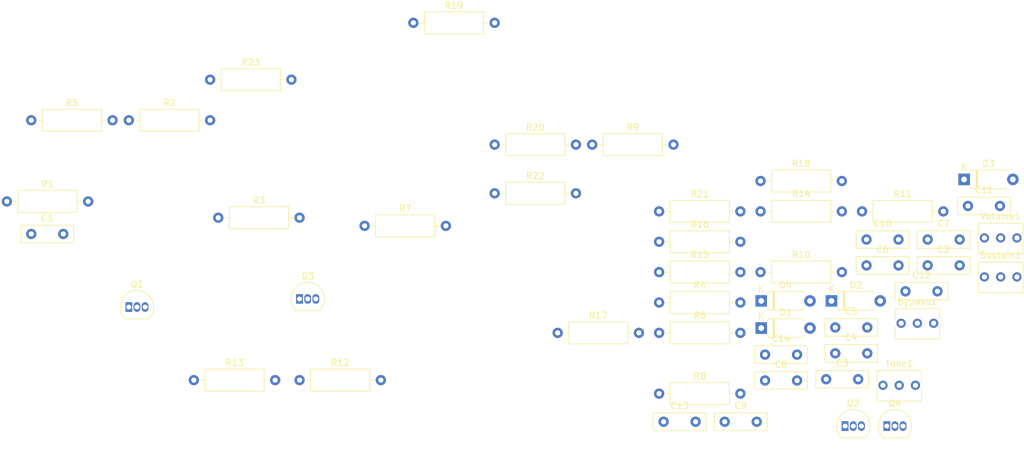
<source format=kicad_pcb>
(kicad_pcb (version 20171130) (host pcbnew "(5.1.6)-1")

  (general
    (thickness 1.6)
    (drawings 0)
    (tracks 0)
    (zones 0)
    (modules 49)
    (nets 31)
  )

  (page A4)
  (layers
    (0 F.Cu signal)
    (31 B.Cu signal)
    (32 B.Adhes user)
    (33 F.Adhes user)
    (34 B.Paste user)
    (35 F.Paste user)
    (36 B.SilkS user)
    (37 F.SilkS user)
    (38 B.Mask user)
    (39 F.Mask user)
    (40 Dwgs.User user)
    (41 Cmts.User user)
    (42 Eco1.User user)
    (43 Eco2.User user)
    (44 Edge.Cuts user)
    (45 Margin user)
    (46 B.CrtYd user)
    (47 F.CrtYd user)
    (48 B.Fab user)
    (49 F.Fab user)
  )

  (setup
    (last_trace_width 0.25)
    (trace_clearance 0.2)
    (zone_clearance 0.508)
    (zone_45_only no)
    (trace_min 0.2)
    (via_size 0.8)
    (via_drill 0.4)
    (via_min_size 0.4)
    (via_min_drill 0.3)
    (uvia_size 0.3)
    (uvia_drill 0.1)
    (uvias_allowed no)
    (uvia_min_size 0.2)
    (uvia_min_drill 0.1)
    (edge_width 0.1)
    (segment_width 0.2)
    (pcb_text_width 0.3)
    (pcb_text_size 1.5 1.5)
    (mod_edge_width 0.15)
    (mod_text_size 1 1)
    (mod_text_width 0.15)
    (pad_size 1.524 1.524)
    (pad_drill 0.762)
    (pad_to_mask_clearance 0)
    (aux_axis_origin 0 0)
    (visible_elements 7FFFFFFF)
    (pcbplotparams
      (layerselection 0x010fc_ffffffff)
      (usegerberextensions false)
      (usegerberattributes true)
      (usegerberadvancedattributes true)
      (creategerberjobfile true)
      (excludeedgelayer true)
      (linewidth 0.100000)
      (plotframeref false)
      (viasonmask false)
      (mode 1)
      (useauxorigin false)
      (hpglpennumber 1)
      (hpglpenspeed 20)
      (hpglpendiameter 15.000000)
      (psnegative false)
      (psa4output false)
      (plotreference true)
      (plotvalue true)
      (plotinvisibletext false)
      (padsonsilk false)
      (subtractmaskfromsilk false)
      (outputformat 1)
      (mirror false)
      (drillshape 1)
      (scaleselection 1)
      (outputdirectory ""))
  )

  (net 0 "")
  (net 1 "Net-(Bypass1-Pad3)")
  (net 2 "Net-(Bypass1-Pad1)")
  (net 3 "Net-(C1-Pad2)")
  (net 4 "Net-(C1-Pad1)")
  (net 5 "Net-(C2-Pad1)")
  (net 6 "Net-(C3-Pad1)")
  (net 7 "Net-(C4-Pad2)")
  (net 8 "Net-(C4-Pad1)")
  (net 9 "Net-(C5-Pad2)")
  (net 10 "Net-(C5-Pad1)")
  (net 11 "Net-(C6-Pad1)")
  (net 12 "Net-(C7-Pad1)")
  (net 13 "Net-(C8-Pad2)")
  (net 14 "Net-(C8-Pad1)")
  (net 15 "Net-(C10-Pad1)")
  (net 16 GND)
  (net 17 "Net-(C11-Pad1)")
  (net 18 "Net-(C12-Pad1)")
  (net 19 "Net-(C13-Pad2)")
  (net 20 "Net-(C13-Pad1)")
  (net 21 "Net-(C14-Pad2)")
  (net 22 Out)
  (net 23 "Net-(Q1-Pad3)")
  (net 24 "Net-(Q2-Pad3)")
  (net 25 "Net-(Q3-Pad3)")
  (net 26 "Net-(Q4-Pad3)")
  (net 27 In)
  (net 28 V+)
  (net 29 "Net-(R6-Pad1)")
  (net 30 "Net-(Bypass1-Pad2)")

  (net_class Default "This is the default net class."
    (clearance 0.2)
    (trace_width 0.25)
    (via_dia 0.8)
    (via_drill 0.4)
    (uvia_dia 0.3)
    (uvia_drill 0.1)
    (add_net GND)
    (add_net In)
    (add_net "Net-(Bypass1-Pad1)")
    (add_net "Net-(Bypass1-Pad2)")
    (add_net "Net-(Bypass1-Pad3)")
    (add_net "Net-(C1-Pad1)")
    (add_net "Net-(C1-Pad2)")
    (add_net "Net-(C10-Pad1)")
    (add_net "Net-(C11-Pad1)")
    (add_net "Net-(C12-Pad1)")
    (add_net "Net-(C13-Pad1)")
    (add_net "Net-(C13-Pad2)")
    (add_net "Net-(C14-Pad2)")
    (add_net "Net-(C2-Pad1)")
    (add_net "Net-(C3-Pad1)")
    (add_net "Net-(C4-Pad1)")
    (add_net "Net-(C4-Pad2)")
    (add_net "Net-(C5-Pad1)")
    (add_net "Net-(C5-Pad2)")
    (add_net "Net-(C6-Pad1)")
    (add_net "Net-(C7-Pad1)")
    (add_net "Net-(C8-Pad1)")
    (add_net "Net-(C8-Pad2)")
    (add_net "Net-(Q1-Pad3)")
    (add_net "Net-(Q2-Pad3)")
    (add_net "Net-(Q3-Pad3)")
    (add_net "Net-(Q4-Pad3)")
    (add_net "Net-(R6-Pad1)")
    (add_net Out)
    (add_net V+)
  )

  (module Potentiometer_THT:Potentiometer_Bourns_3266Y_Vertical (layer F.Cu) (tedit 5A3D4994) (tstamp 5EE026B1)
    (at 195.89 80.63)
    (descr "Potentiometer, vertical, Bourns 3266Y, https://www.bourns.com/docs/Product-Datasheets/3266.pdf")
    (tags "Potentiometer vertical Bourns 3266Y")
    (path /5EE69130)
    (fp_text reference Volume1 (at -2.54 -3.41) (layer F.SilkS)
      (effects (font (size 1 1) (thickness 0.15)))
    )
    (fp_text value A100k (at -2.54 3.59) (layer F.Fab)
      (effects (font (size 1 1) (thickness 0.15)))
    )
    (fp_line (start 1.1 -2.45) (end -6.15 -2.45) (layer F.CrtYd) (width 0.05))
    (fp_line (start 1.1 2.6) (end 1.1 -2.45) (layer F.CrtYd) (width 0.05))
    (fp_line (start -6.15 2.6) (end 1.1 2.6) (layer F.CrtYd) (width 0.05))
    (fp_line (start -6.15 -2.45) (end -6.15 2.6) (layer F.CrtYd) (width 0.05))
    (fp_line (start 0.935 0.496) (end 0.935 2.46) (layer F.SilkS) (width 0.12))
    (fp_line (start 0.935 -2.28) (end 0.935 -0.494) (layer F.SilkS) (width 0.12))
    (fp_line (start -6.015 0.496) (end -6.015 2.46) (layer F.SilkS) (width 0.12))
    (fp_line (start -6.015 -2.28) (end -6.015 -0.494) (layer F.SilkS) (width 0.12))
    (fp_line (start -6.015 2.46) (end 0.935 2.46) (layer F.SilkS) (width 0.12))
    (fp_line (start -6.015 -2.28) (end 0.935 -2.28) (layer F.SilkS) (width 0.12))
    (fp_line (start -0.405 1.952) (end -0.404 0.189) (layer F.Fab) (width 0.1))
    (fp_line (start -0.405 1.952) (end -0.404 0.189) (layer F.Fab) (width 0.1))
    (fp_line (start 0.815 -2.16) (end -5.895 -2.16) (layer F.Fab) (width 0.1))
    (fp_line (start 0.815 2.34) (end 0.815 -2.16) (layer F.Fab) (width 0.1))
    (fp_line (start -5.895 2.34) (end 0.815 2.34) (layer F.Fab) (width 0.1))
    (fp_line (start -5.895 -2.16) (end -5.895 2.34) (layer F.Fab) (width 0.1))
    (fp_circle (center -0.405 1.07) (end 0.485 1.07) (layer F.Fab) (width 0.1))
    (fp_text user %R (at -3.15 0.09) (layer F.Fab)
      (effects (font (size 0.92 0.92) (thickness 0.15)))
    )
    (pad 3 thru_hole circle (at -5.08 0) (size 1.44 1.44) (drill 0.8) (layers *.Cu *.Mask)
      (net 20 "Net-(C13-Pad1)"))
    (pad 2 thru_hole circle (at -2.54 0) (size 1.44 1.44) (drill 0.8) (layers *.Cu *.Mask)
      (net 21 "Net-(C14-Pad2)"))
    (pad 1 thru_hole circle (at 0 0) (size 1.44 1.44) (drill 0.8) (layers *.Cu *.Mask)
      (net 16 GND))
    (model ${KISYS3DMOD}/Potentiometer_THT.3dshapes/Potentiometer_Bourns_3266Y_Vertical.wrl
      (at (xyz 0 0 0))
      (scale (xyz 1 1 1))
      (rotate (xyz 0 0 0))
    )
  )

  (module Potentiometer_THT:Potentiometer_Bourns_3266Y_Vertical (layer F.Cu) (tedit 5A3D4994) (tstamp 5EE02698)
    (at 180.04 103.68)
    (descr "Potentiometer, vertical, Bourns 3266Y, https://www.bourns.com/docs/Product-Datasheets/3266.pdf")
    (tags "Potentiometer vertical Bourns 3266Y")
    (path /5EE16CA6)
    (fp_text reference Tone1 (at -2.54 -3.41) (layer F.SilkS)
      (effects (font (size 1 1) (thickness 0.15)))
    )
    (fp_text value B100k (at -2.54 3.59) (layer F.Fab)
      (effects (font (size 1 1) (thickness 0.15)))
    )
    (fp_line (start 1.1 -2.45) (end -6.15 -2.45) (layer F.CrtYd) (width 0.05))
    (fp_line (start 1.1 2.6) (end 1.1 -2.45) (layer F.CrtYd) (width 0.05))
    (fp_line (start -6.15 2.6) (end 1.1 2.6) (layer F.CrtYd) (width 0.05))
    (fp_line (start -6.15 -2.45) (end -6.15 2.6) (layer F.CrtYd) (width 0.05))
    (fp_line (start 0.935 0.496) (end 0.935 2.46) (layer F.SilkS) (width 0.12))
    (fp_line (start 0.935 -2.28) (end 0.935 -0.494) (layer F.SilkS) (width 0.12))
    (fp_line (start -6.015 0.496) (end -6.015 2.46) (layer F.SilkS) (width 0.12))
    (fp_line (start -6.015 -2.28) (end -6.015 -0.494) (layer F.SilkS) (width 0.12))
    (fp_line (start -6.015 2.46) (end 0.935 2.46) (layer F.SilkS) (width 0.12))
    (fp_line (start -6.015 -2.28) (end 0.935 -2.28) (layer F.SilkS) (width 0.12))
    (fp_line (start -0.405 1.952) (end -0.404 0.189) (layer F.Fab) (width 0.1))
    (fp_line (start -0.405 1.952) (end -0.404 0.189) (layer F.Fab) (width 0.1))
    (fp_line (start 0.815 -2.16) (end -5.895 -2.16) (layer F.Fab) (width 0.1))
    (fp_line (start 0.815 2.34) (end 0.815 -2.16) (layer F.Fab) (width 0.1))
    (fp_line (start -5.895 2.34) (end 0.815 2.34) (layer F.Fab) (width 0.1))
    (fp_line (start -5.895 -2.16) (end -5.895 2.34) (layer F.Fab) (width 0.1))
    (fp_circle (center -0.405 1.07) (end 0.485 1.07) (layer F.Fab) (width 0.1))
    (fp_text user %R (at -3.15 0.09) (layer F.Fab)
      (effects (font (size 0.92 0.92) (thickness 0.15)))
    )
    (pad 3 thru_hole circle (at -5.08 0) (size 1.44 1.44) (drill 0.8) (layers *.Cu *.Mask)
      (net 15 "Net-(C10-Pad1)"))
    (pad 2 thru_hole circle (at -2.54 0) (size 1.44 1.44) (drill 0.8) (layers *.Cu *.Mask)
      (net 30 "Net-(Bypass1-Pad2)"))
    (pad 1 thru_hole circle (at 0 0) (size 1.44 1.44) (drill 0.8) (layers *.Cu *.Mask)
      (net 17 "Net-(C11-Pad1)"))
    (model ${KISYS3DMOD}/Potentiometer_THT.3dshapes/Potentiometer_Bourns_3266Y_Vertical.wrl
      (at (xyz 0 0 0))
      (scale (xyz 1 1 1))
      (rotate (xyz 0 0 0))
    )
  )

  (module Potentiometer_THT:Potentiometer_Bourns_3266Y_Vertical (layer F.Cu) (tedit 5A3D4994) (tstamp 5EE0267F)
    (at 195.89 86.73)
    (descr "Potentiometer, vertical, Bourns 3266Y, https://www.bourns.com/docs/Product-Datasheets/3266.pdf")
    (tags "Potentiometer vertical Bourns 3266Y")
    (path /5EDD1F2C)
    (fp_text reference Sustain1 (at -2.54 -3.41) (layer F.SilkS)
      (effects (font (size 1 1) (thickness 0.15)))
    )
    (fp_text value A50k (at -2.54 3.59) (layer F.Fab)
      (effects (font (size 1 1) (thickness 0.15)))
    )
    (fp_line (start 1.1 -2.45) (end -6.15 -2.45) (layer F.CrtYd) (width 0.05))
    (fp_line (start 1.1 2.6) (end 1.1 -2.45) (layer F.CrtYd) (width 0.05))
    (fp_line (start -6.15 2.6) (end 1.1 2.6) (layer F.CrtYd) (width 0.05))
    (fp_line (start -6.15 -2.45) (end -6.15 2.6) (layer F.CrtYd) (width 0.05))
    (fp_line (start 0.935 0.496) (end 0.935 2.46) (layer F.SilkS) (width 0.12))
    (fp_line (start 0.935 -2.28) (end 0.935 -0.494) (layer F.SilkS) (width 0.12))
    (fp_line (start -6.015 0.496) (end -6.015 2.46) (layer F.SilkS) (width 0.12))
    (fp_line (start -6.015 -2.28) (end -6.015 -0.494) (layer F.SilkS) (width 0.12))
    (fp_line (start -6.015 2.46) (end 0.935 2.46) (layer F.SilkS) (width 0.12))
    (fp_line (start -6.015 -2.28) (end 0.935 -2.28) (layer F.SilkS) (width 0.12))
    (fp_line (start -0.405 1.952) (end -0.404 0.189) (layer F.Fab) (width 0.1))
    (fp_line (start -0.405 1.952) (end -0.404 0.189) (layer F.Fab) (width 0.1))
    (fp_line (start 0.815 -2.16) (end -5.895 -2.16) (layer F.Fab) (width 0.1))
    (fp_line (start 0.815 2.34) (end 0.815 -2.16) (layer F.Fab) (width 0.1))
    (fp_line (start -5.895 2.34) (end 0.815 2.34) (layer F.Fab) (width 0.1))
    (fp_line (start -5.895 -2.16) (end -5.895 2.34) (layer F.Fab) (width 0.1))
    (fp_circle (center -0.405 1.07) (end 0.485 1.07) (layer F.Fab) (width 0.1))
    (fp_text user %R (at -3.15 0.09) (layer F.Fab)
      (effects (font (size 0.92 0.92) (thickness 0.15)))
    )
    (pad 3 thru_hole circle (at -5.08 0) (size 1.44 1.44) (drill 0.8) (layers *.Cu *.Mask)
      (net 6 "Net-(C3-Pad1)"))
    (pad 2 thru_hole circle (at -2.54 0) (size 1.44 1.44) (drill 0.8) (layers *.Cu *.Mask)
      (net 7 "Net-(C4-Pad2)"))
    (pad 1 thru_hole circle (at 0 0) (size 1.44 1.44) (drill 0.8) (layers *.Cu *.Mask)
      (net 29 "Net-(R6-Pad1)"))
    (model ${KISYS3DMOD}/Potentiometer_THT.3dshapes/Potentiometer_Bourns_3266Y_Vertical.wrl
      (at (xyz 0 0 0))
      (scale (xyz 1 1 1))
      (rotate (xyz 0 0 0))
    )
  )

  (module Resistor_THT:R_Axial_DIN0309_L9.0mm_D3.2mm_P12.70mm_Horizontal (layer F.Cu) (tedit 5AE5139B) (tstamp 5EE02666)
    (at 69.85 55.88)
    (descr "Resistor, Axial_DIN0309 series, Axial, Horizontal, pin pitch=12.7mm, 0.5W = 1/2W, length*diameter=9*3.2mm^2, http://cdn-reichelt.de/documents/datenblatt/B400/1_4W%23YAG.pdf")
    (tags "Resistor Axial_DIN0309 series Axial Horizontal pin pitch 12.7mm 0.5W = 1/2W length 9mm diameter 3.2mm")
    (path /5EEE81E1)
    (fp_text reference R23 (at 6.35 -2.72) (layer F.SilkS)
      (effects (font (size 1 1) (thickness 0.15)))
    )
    (fp_text value 1.2M (at 6.35 2.72) (layer F.Fab)
      (effects (font (size 1 1) (thickness 0.15)))
    )
    (fp_line (start 13.75 -1.85) (end -1.05 -1.85) (layer F.CrtYd) (width 0.05))
    (fp_line (start 13.75 1.85) (end 13.75 -1.85) (layer F.CrtYd) (width 0.05))
    (fp_line (start -1.05 1.85) (end 13.75 1.85) (layer F.CrtYd) (width 0.05))
    (fp_line (start -1.05 -1.85) (end -1.05 1.85) (layer F.CrtYd) (width 0.05))
    (fp_line (start 11.66 0) (end 10.97 0) (layer F.SilkS) (width 0.12))
    (fp_line (start 1.04 0) (end 1.73 0) (layer F.SilkS) (width 0.12))
    (fp_line (start 10.97 -1.72) (end 1.73 -1.72) (layer F.SilkS) (width 0.12))
    (fp_line (start 10.97 1.72) (end 10.97 -1.72) (layer F.SilkS) (width 0.12))
    (fp_line (start 1.73 1.72) (end 10.97 1.72) (layer F.SilkS) (width 0.12))
    (fp_line (start 1.73 -1.72) (end 1.73 1.72) (layer F.SilkS) (width 0.12))
    (fp_line (start 12.7 0) (end 10.85 0) (layer F.Fab) (width 0.1))
    (fp_line (start 0 0) (end 1.85 0) (layer F.Fab) (width 0.1))
    (fp_line (start 10.85 -1.6) (end 1.85 -1.6) (layer F.Fab) (width 0.1))
    (fp_line (start 10.85 1.6) (end 10.85 -1.6) (layer F.Fab) (width 0.1))
    (fp_line (start 1.85 1.6) (end 10.85 1.6) (layer F.Fab) (width 0.1))
    (fp_line (start 1.85 -1.6) (end 1.85 1.6) (layer F.Fab) (width 0.1))
    (fp_text user %R (at 6.35 0) (layer F.Fab)
      (effects (font (size 1 1) (thickness 0.15)))
    )
    (pad 2 thru_hole oval (at 12.7 0) (size 1.6 1.6) (drill 0.8) (layers *.Cu *.Mask)
      (net 16 GND))
    (pad 1 thru_hole circle (at 0 0) (size 1.6 1.6) (drill 0.8) (layers *.Cu *.Mask)
      (net 27 In))
    (model ${KISYS3DMOD}/Resistor_THT.3dshapes/R_Axial_DIN0309_L9.0mm_D3.2mm_P12.70mm_Horizontal.wrl
      (at (xyz 0 0 0))
      (scale (xyz 1 1 1))
      (rotate (xyz 0 0 0))
    )
  )

  (module Resistor_THT:R_Axial_DIN0309_L9.0mm_D3.2mm_P12.70mm_Horizontal (layer F.Cu) (tedit 5AE5139B) (tstamp 5EE0264F)
    (at 114.3 73.66)
    (descr "Resistor, Axial_DIN0309 series, Axial, Horizontal, pin pitch=12.7mm, 0.5W = 1/2W, length*diameter=9*3.2mm^2, http://cdn-reichelt.de/documents/datenblatt/B400/1_4W%23YAG.pdf")
    (tags "Resistor Axial_DIN0309 series Axial Horizontal pin pitch 12.7mm 0.5W = 1/2W length 9mm diameter 3.2mm")
    (path /5EE4C9DB)
    (fp_text reference R22 (at 6.35 -2.72) (layer F.SilkS)
      (effects (font (size 1 1) (thickness 0.15)))
    )
    (fp_text value 10k (at 6.35 2.72) (layer F.Fab)
      (effects (font (size 1 1) (thickness 0.15)))
    )
    (fp_line (start 13.75 -1.85) (end -1.05 -1.85) (layer F.CrtYd) (width 0.05))
    (fp_line (start 13.75 1.85) (end 13.75 -1.85) (layer F.CrtYd) (width 0.05))
    (fp_line (start -1.05 1.85) (end 13.75 1.85) (layer F.CrtYd) (width 0.05))
    (fp_line (start -1.05 -1.85) (end -1.05 1.85) (layer F.CrtYd) (width 0.05))
    (fp_line (start 11.66 0) (end 10.97 0) (layer F.SilkS) (width 0.12))
    (fp_line (start 1.04 0) (end 1.73 0) (layer F.SilkS) (width 0.12))
    (fp_line (start 10.97 -1.72) (end 1.73 -1.72) (layer F.SilkS) (width 0.12))
    (fp_line (start 10.97 1.72) (end 10.97 -1.72) (layer F.SilkS) (width 0.12))
    (fp_line (start 1.73 1.72) (end 10.97 1.72) (layer F.SilkS) (width 0.12))
    (fp_line (start 1.73 -1.72) (end 1.73 1.72) (layer F.SilkS) (width 0.12))
    (fp_line (start 12.7 0) (end 10.85 0) (layer F.Fab) (width 0.1))
    (fp_line (start 0 0) (end 1.85 0) (layer F.Fab) (width 0.1))
    (fp_line (start 10.85 -1.6) (end 1.85 -1.6) (layer F.Fab) (width 0.1))
    (fp_line (start 10.85 1.6) (end 10.85 -1.6) (layer F.Fab) (width 0.1))
    (fp_line (start 1.85 1.6) (end 10.85 1.6) (layer F.Fab) (width 0.1))
    (fp_line (start 1.85 -1.6) (end 1.85 1.6) (layer F.Fab) (width 0.1))
    (fp_text user %R (at 6.35 0) (layer F.Fab)
      (effects (font (size 1 1) (thickness 0.15)))
    )
    (pad 2 thru_hole oval (at 12.7 0) (size 1.6 1.6) (drill 0.8) (layers *.Cu *.Mask)
      (net 19 "Net-(C13-Pad2)"))
    (pad 1 thru_hole circle (at 0 0) (size 1.6 1.6) (drill 0.8) (layers *.Cu *.Mask)
      (net 28 V+))
    (model ${KISYS3DMOD}/Resistor_THT.3dshapes/R_Axial_DIN0309_L9.0mm_D3.2mm_P12.70mm_Horizontal.wrl
      (at (xyz 0 0 0))
      (scale (xyz 1 1 1))
      (rotate (xyz 0 0 0))
    )
  )

  (module Resistor_THT:R_Axial_DIN0309_L9.0mm_D3.2mm_P12.70mm_Horizontal (layer F.Cu) (tedit 5AE5139B) (tstamp 5EE02638)
    (at 139.99 76.48)
    (descr "Resistor, Axial_DIN0309 series, Axial, Horizontal, pin pitch=12.7mm, 0.5W = 1/2W, length*diameter=9*3.2mm^2, http://cdn-reichelt.de/documents/datenblatt/B400/1_4W%23YAG.pdf")
    (tags "Resistor Axial_DIN0309 series Axial Horizontal pin pitch 12.7mm 0.5W = 1/2W length 9mm diameter 3.2mm")
    (path /5EE6E046)
    (fp_text reference R21 (at 6.35 -2.72) (layer F.SilkS)
      (effects (font (size 1 1) (thickness 0.15)))
    )
    (fp_text value 2.2K (at 6.35 2.72) (layer F.Fab)
      (effects (font (size 1 1) (thickness 0.15)))
    )
    (fp_line (start 13.75 -1.85) (end -1.05 -1.85) (layer F.CrtYd) (width 0.05))
    (fp_line (start 13.75 1.85) (end 13.75 -1.85) (layer F.CrtYd) (width 0.05))
    (fp_line (start -1.05 1.85) (end 13.75 1.85) (layer F.CrtYd) (width 0.05))
    (fp_line (start -1.05 -1.85) (end -1.05 1.85) (layer F.CrtYd) (width 0.05))
    (fp_line (start 11.66 0) (end 10.97 0) (layer F.SilkS) (width 0.12))
    (fp_line (start 1.04 0) (end 1.73 0) (layer F.SilkS) (width 0.12))
    (fp_line (start 10.97 -1.72) (end 1.73 -1.72) (layer F.SilkS) (width 0.12))
    (fp_line (start 10.97 1.72) (end 10.97 -1.72) (layer F.SilkS) (width 0.12))
    (fp_line (start 1.73 1.72) (end 10.97 1.72) (layer F.SilkS) (width 0.12))
    (fp_line (start 1.73 -1.72) (end 1.73 1.72) (layer F.SilkS) (width 0.12))
    (fp_line (start 12.7 0) (end 10.85 0) (layer F.Fab) (width 0.1))
    (fp_line (start 0 0) (end 1.85 0) (layer F.Fab) (width 0.1))
    (fp_line (start 10.85 -1.6) (end 1.85 -1.6) (layer F.Fab) (width 0.1))
    (fp_line (start 10.85 1.6) (end 10.85 -1.6) (layer F.Fab) (width 0.1))
    (fp_line (start 1.85 1.6) (end 10.85 1.6) (layer F.Fab) (width 0.1))
    (fp_line (start 1.85 -1.6) (end 1.85 1.6) (layer F.Fab) (width 0.1))
    (fp_text user %R (at 6.35 0) (layer F.Fab)
      (effects (font (size 1 1) (thickness 0.15)))
    )
    (pad 2 thru_hole oval (at 12.7 0) (size 1.6 1.6) (drill 0.8) (layers *.Cu *.Mask)
      (net 16 GND))
    (pad 1 thru_hole circle (at 0 0) (size 1.6 1.6) (drill 0.8) (layers *.Cu *.Mask)
      (net 26 "Net-(Q4-Pad3)"))
    (model ${KISYS3DMOD}/Resistor_THT.3dshapes/R_Axial_DIN0309_L9.0mm_D3.2mm_P12.70mm_Horizontal.wrl
      (at (xyz 0 0 0))
      (scale (xyz 1 1 1))
      (rotate (xyz 0 0 0))
    )
  )

  (module Resistor_THT:R_Axial_DIN0309_L9.0mm_D3.2mm_P12.70mm_Horizontal (layer F.Cu) (tedit 5AE5139B) (tstamp 5EE02621)
    (at 114.3 66.04)
    (descr "Resistor, Axial_DIN0309 series, Axial, Horizontal, pin pitch=12.7mm, 0.5W = 1/2W, length*diameter=9*3.2mm^2, http://cdn-reichelt.de/documents/datenblatt/B400/1_4W%23YAG.pdf")
    (tags "Resistor Axial_DIN0309 series Axial Horizontal pin pitch 12.7mm 0.5W = 1/2W length 9mm diameter 3.2mm")
    (path /5EE49671)
    (fp_text reference R20 (at 6.35 -2.72) (layer F.SilkS)
      (effects (font (size 1 1) (thickness 0.15)))
    )
    (fp_text value 100k (at 6.35 2.72) (layer F.Fab)
      (effects (font (size 1 1) (thickness 0.15)))
    )
    (fp_line (start 13.75 -1.85) (end -1.05 -1.85) (layer F.CrtYd) (width 0.05))
    (fp_line (start 13.75 1.85) (end 13.75 -1.85) (layer F.CrtYd) (width 0.05))
    (fp_line (start -1.05 1.85) (end 13.75 1.85) (layer F.CrtYd) (width 0.05))
    (fp_line (start -1.05 -1.85) (end -1.05 1.85) (layer F.CrtYd) (width 0.05))
    (fp_line (start 11.66 0) (end 10.97 0) (layer F.SilkS) (width 0.12))
    (fp_line (start 1.04 0) (end 1.73 0) (layer F.SilkS) (width 0.12))
    (fp_line (start 10.97 -1.72) (end 1.73 -1.72) (layer F.SilkS) (width 0.12))
    (fp_line (start 10.97 1.72) (end 10.97 -1.72) (layer F.SilkS) (width 0.12))
    (fp_line (start 1.73 1.72) (end 10.97 1.72) (layer F.SilkS) (width 0.12))
    (fp_line (start 1.73 -1.72) (end 1.73 1.72) (layer F.SilkS) (width 0.12))
    (fp_line (start 12.7 0) (end 10.85 0) (layer F.Fab) (width 0.1))
    (fp_line (start 0 0) (end 1.85 0) (layer F.Fab) (width 0.1))
    (fp_line (start 10.85 -1.6) (end 1.85 -1.6) (layer F.Fab) (width 0.1))
    (fp_line (start 10.85 1.6) (end 10.85 -1.6) (layer F.Fab) (width 0.1))
    (fp_line (start 1.85 1.6) (end 10.85 1.6) (layer F.Fab) (width 0.1))
    (fp_line (start 1.85 -1.6) (end 1.85 1.6) (layer F.Fab) (width 0.1))
    (fp_text user %R (at 6.35 0) (layer F.Fab)
      (effects (font (size 1 1) (thickness 0.15)))
    )
    (pad 2 thru_hole oval (at 12.7 0) (size 1.6 1.6) (drill 0.8) (layers *.Cu *.Mask)
      (net 16 GND))
    (pad 1 thru_hole circle (at 0 0) (size 1.6 1.6) (drill 0.8) (layers *.Cu *.Mask)
      (net 18 "Net-(C12-Pad1)"))
    (model ${KISYS3DMOD}/Resistor_THT.3dshapes/R_Axial_DIN0309_L9.0mm_D3.2mm_P12.70mm_Horizontal.wrl
      (at (xyz 0 0 0))
      (scale (xyz 1 1 1))
      (rotate (xyz 0 0 0))
    )
  )

  (module Resistor_THT:R_Axial_DIN0309_L9.0mm_D3.2mm_P12.70mm_Horizontal (layer F.Cu) (tedit 5AE5139B) (tstamp 5EE0260A)
    (at 101.6 46.99)
    (descr "Resistor, Axial_DIN0309 series, Axial, Horizontal, pin pitch=12.7mm, 0.5W = 1/2W, length*diameter=9*3.2mm^2, http://cdn-reichelt.de/documents/datenblatt/B400/1_4W%23YAG.pdf")
    (tags "Resistor Axial_DIN0309 series Axial Horizontal pin pitch 12.7mm 0.5W = 1/2W length 9mm diameter 3.2mm")
    (path /5EE4A03B)
    (fp_text reference R19 (at 6.35 -2.72) (layer F.SilkS)
      (effects (font (size 1 1) (thickness 0.15)))
    )
    (fp_text value 470k (at 6.35 2.72) (layer F.Fab)
      (effects (font (size 1 1) (thickness 0.15)))
    )
    (fp_line (start 13.75 -1.85) (end -1.05 -1.85) (layer F.CrtYd) (width 0.05))
    (fp_line (start 13.75 1.85) (end 13.75 -1.85) (layer F.CrtYd) (width 0.05))
    (fp_line (start -1.05 1.85) (end 13.75 1.85) (layer F.CrtYd) (width 0.05))
    (fp_line (start -1.05 -1.85) (end -1.05 1.85) (layer F.CrtYd) (width 0.05))
    (fp_line (start 11.66 0) (end 10.97 0) (layer F.SilkS) (width 0.12))
    (fp_line (start 1.04 0) (end 1.73 0) (layer F.SilkS) (width 0.12))
    (fp_line (start 10.97 -1.72) (end 1.73 -1.72) (layer F.SilkS) (width 0.12))
    (fp_line (start 10.97 1.72) (end 10.97 -1.72) (layer F.SilkS) (width 0.12))
    (fp_line (start 1.73 1.72) (end 10.97 1.72) (layer F.SilkS) (width 0.12))
    (fp_line (start 1.73 -1.72) (end 1.73 1.72) (layer F.SilkS) (width 0.12))
    (fp_line (start 12.7 0) (end 10.85 0) (layer F.Fab) (width 0.1))
    (fp_line (start 0 0) (end 1.85 0) (layer F.Fab) (width 0.1))
    (fp_line (start 10.85 -1.6) (end 1.85 -1.6) (layer F.Fab) (width 0.1))
    (fp_line (start 10.85 1.6) (end 10.85 -1.6) (layer F.Fab) (width 0.1))
    (fp_line (start 1.85 1.6) (end 10.85 1.6) (layer F.Fab) (width 0.1))
    (fp_line (start 1.85 -1.6) (end 1.85 1.6) (layer F.Fab) (width 0.1))
    (fp_text user %R (at 6.35 0) (layer F.Fab)
      (effects (font (size 1 1) (thickness 0.15)))
    )
    (pad 2 thru_hole oval (at 12.7 0) (size 1.6 1.6) (drill 0.8) (layers *.Cu *.Mask)
      (net 18 "Net-(C12-Pad1)"))
    (pad 1 thru_hole circle (at 0 0) (size 1.6 1.6) (drill 0.8) (layers *.Cu *.Mask)
      (net 28 V+))
    (model ${KISYS3DMOD}/Resistor_THT.3dshapes/R_Axial_DIN0309_L9.0mm_D3.2mm_P12.70mm_Horizontal.wrl
      (at (xyz 0 0 0))
      (scale (xyz 1 1 1))
      (rotate (xyz 0 0 0))
    )
  )

  (module Resistor_THT:R_Axial_DIN0309_L9.0mm_D3.2mm_P12.70mm_Horizontal (layer F.Cu) (tedit 5AE5139B) (tstamp 5EE025F3)
    (at 155.84 71.73)
    (descr "Resistor, Axial_DIN0309 series, Axial, Horizontal, pin pitch=12.7mm, 0.5W = 1/2W, length*diameter=9*3.2mm^2, http://cdn-reichelt.de/documents/datenblatt/B400/1_4W%23YAG.pdf")
    (tags "Resistor Axial_DIN0309 series Axial Horizontal pin pitch 12.7mm 0.5W = 1/2W length 9mm diameter 3.2mm")
    (path /5EE09566)
    (fp_text reference R18 (at 6.35 -2.72) (layer F.SilkS)
      (effects (font (size 1 1) (thickness 0.15)))
    )
    (fp_text value 22k (at 6.35 2.72) (layer F.Fab)
      (effects (font (size 1 1) (thickness 0.15)))
    )
    (fp_line (start 13.75 -1.85) (end -1.05 -1.85) (layer F.CrtYd) (width 0.05))
    (fp_line (start 13.75 1.85) (end 13.75 -1.85) (layer F.CrtYd) (width 0.05))
    (fp_line (start -1.05 1.85) (end 13.75 1.85) (layer F.CrtYd) (width 0.05))
    (fp_line (start -1.05 -1.85) (end -1.05 1.85) (layer F.CrtYd) (width 0.05))
    (fp_line (start 11.66 0) (end 10.97 0) (layer F.SilkS) (width 0.12))
    (fp_line (start 1.04 0) (end 1.73 0) (layer F.SilkS) (width 0.12))
    (fp_line (start 10.97 -1.72) (end 1.73 -1.72) (layer F.SilkS) (width 0.12))
    (fp_line (start 10.97 1.72) (end 10.97 -1.72) (layer F.SilkS) (width 0.12))
    (fp_line (start 1.73 1.72) (end 10.97 1.72) (layer F.SilkS) (width 0.12))
    (fp_line (start 1.73 -1.72) (end 1.73 1.72) (layer F.SilkS) (width 0.12))
    (fp_line (start 12.7 0) (end 10.85 0) (layer F.Fab) (width 0.1))
    (fp_line (start 0 0) (end 1.85 0) (layer F.Fab) (width 0.1))
    (fp_line (start 10.85 -1.6) (end 1.85 -1.6) (layer F.Fab) (width 0.1))
    (fp_line (start 10.85 1.6) (end 10.85 -1.6) (layer F.Fab) (width 0.1))
    (fp_line (start 1.85 1.6) (end 10.85 1.6) (layer F.Fab) (width 0.1))
    (fp_line (start 1.85 -1.6) (end 1.85 1.6) (layer F.Fab) (width 0.1))
    (fp_text user %R (at 6.35 0) (layer F.Fab)
      (effects (font (size 1 1) (thickness 0.15)))
    )
    (pad 2 thru_hole oval (at 12.7 0) (size 1.6 1.6) (drill 0.8) (layers *.Cu *.Mask)
      (net 15 "Net-(C10-Pad1)"))
    (pad 1 thru_hole circle (at 0 0) (size 1.6 1.6) (drill 0.8) (layers *.Cu *.Mask)
      (net 16 GND))
    (model ${KISYS3DMOD}/Resistor_THT.3dshapes/R_Axial_DIN0309_L9.0mm_D3.2mm_P12.70mm_Horizontal.wrl
      (at (xyz 0 0 0))
      (scale (xyz 1 1 1))
      (rotate (xyz 0 0 0))
    )
  )

  (module Resistor_THT:R_Axial_DIN0309_L9.0mm_D3.2mm_P12.70mm_Horizontal (layer F.Cu) (tedit 5AE5139B) (tstamp 5EE025DC)
    (at 124.14 95.48)
    (descr "Resistor, Axial_DIN0309 series, Axial, Horizontal, pin pitch=12.7mm, 0.5W = 1/2W, length*diameter=9*3.2mm^2, http://cdn-reichelt.de/documents/datenblatt/B400/1_4W%23YAG.pdf")
    (tags "Resistor Axial_DIN0309 series Axial Horizontal pin pitch 12.7mm 0.5W = 1/2W length 9mm diameter 3.2mm")
    (path /5EE0A25F)
    (fp_text reference R17 (at 6.35 -2.72) (layer F.SilkS)
      (effects (font (size 1 1) (thickness 0.15)))
    )
    (fp_text value 39k (at 6.35 2.72) (layer F.Fab)
      (effects (font (size 1 1) (thickness 0.15)))
    )
    (fp_line (start 13.75 -1.85) (end -1.05 -1.85) (layer F.CrtYd) (width 0.05))
    (fp_line (start 13.75 1.85) (end 13.75 -1.85) (layer F.CrtYd) (width 0.05))
    (fp_line (start -1.05 1.85) (end 13.75 1.85) (layer F.CrtYd) (width 0.05))
    (fp_line (start -1.05 -1.85) (end -1.05 1.85) (layer F.CrtYd) (width 0.05))
    (fp_line (start 11.66 0) (end 10.97 0) (layer F.SilkS) (width 0.12))
    (fp_line (start 1.04 0) (end 1.73 0) (layer F.SilkS) (width 0.12))
    (fp_line (start 10.97 -1.72) (end 1.73 -1.72) (layer F.SilkS) (width 0.12))
    (fp_line (start 10.97 1.72) (end 10.97 -1.72) (layer F.SilkS) (width 0.12))
    (fp_line (start 1.73 1.72) (end 10.97 1.72) (layer F.SilkS) (width 0.12))
    (fp_line (start 1.73 -1.72) (end 1.73 1.72) (layer F.SilkS) (width 0.12))
    (fp_line (start 12.7 0) (end 10.85 0) (layer F.Fab) (width 0.1))
    (fp_line (start 0 0) (end 1.85 0) (layer F.Fab) (width 0.1))
    (fp_line (start 10.85 -1.6) (end 1.85 -1.6) (layer F.Fab) (width 0.1))
    (fp_line (start 10.85 1.6) (end 10.85 -1.6) (layer F.Fab) (width 0.1))
    (fp_line (start 1.85 1.6) (end 10.85 1.6) (layer F.Fab) (width 0.1))
    (fp_line (start 1.85 -1.6) (end 1.85 1.6) (layer F.Fab) (width 0.1))
    (fp_text user %R (at 6.35 0) (layer F.Fab)
      (effects (font (size 1 1) (thickness 0.15)))
    )
    (pad 2 thru_hole oval (at 12.7 0) (size 1.6 1.6) (drill 0.8) (layers *.Cu *.Mask)
      (net 2 "Net-(Bypass1-Pad1)"))
    (pad 1 thru_hole circle (at 0 0) (size 1.6 1.6) (drill 0.8) (layers *.Cu *.Mask)
      (net 17 "Net-(C11-Pad1)"))
    (model ${KISYS3DMOD}/Resistor_THT.3dshapes/R_Axial_DIN0309_L9.0mm_D3.2mm_P12.70mm_Horizontal.wrl
      (at (xyz 0 0 0))
      (scale (xyz 1 1 1))
      (rotate (xyz 0 0 0))
    )
  )

  (module Resistor_THT:R_Axial_DIN0309_L9.0mm_D3.2mm_P12.70mm_Horizontal (layer F.Cu) (tedit 5AE5139B) (tstamp 5EE025C5)
    (at 139.99 81.23)
    (descr "Resistor, Axial_DIN0309 series, Axial, Horizontal, pin pitch=12.7mm, 0.5W = 1/2W, length*diameter=9*3.2mm^2, http://cdn-reichelt.de/documents/datenblatt/B400/1_4W%23YAG.pdf")
    (tags "Resistor Axial_DIN0309 series Axial Horizontal pin pitch 12.7mm 0.5W = 1/2W length 9mm diameter 3.2mm")
    (path /5EDFECC2)
    (fp_text reference R16 (at 6.35 -2.72) (layer F.SilkS)
      (effects (font (size 1 1) (thickness 0.15)))
    )
    (fp_text value 10k (at 6.35 2.72) (layer F.Fab)
      (effects (font (size 1 1) (thickness 0.15)))
    )
    (fp_line (start 13.75 -1.85) (end -1.05 -1.85) (layer F.CrtYd) (width 0.05))
    (fp_line (start 13.75 1.85) (end 13.75 -1.85) (layer F.CrtYd) (width 0.05))
    (fp_line (start -1.05 1.85) (end 13.75 1.85) (layer F.CrtYd) (width 0.05))
    (fp_line (start -1.05 -1.85) (end -1.05 1.85) (layer F.CrtYd) (width 0.05))
    (fp_line (start 11.66 0) (end 10.97 0) (layer F.SilkS) (width 0.12))
    (fp_line (start 1.04 0) (end 1.73 0) (layer F.SilkS) (width 0.12))
    (fp_line (start 10.97 -1.72) (end 1.73 -1.72) (layer F.SilkS) (width 0.12))
    (fp_line (start 10.97 1.72) (end 10.97 -1.72) (layer F.SilkS) (width 0.12))
    (fp_line (start 1.73 1.72) (end 10.97 1.72) (layer F.SilkS) (width 0.12))
    (fp_line (start 1.73 -1.72) (end 1.73 1.72) (layer F.SilkS) (width 0.12))
    (fp_line (start 12.7 0) (end 10.85 0) (layer F.Fab) (width 0.1))
    (fp_line (start 0 0) (end 1.85 0) (layer F.Fab) (width 0.1))
    (fp_line (start 10.85 -1.6) (end 1.85 -1.6) (layer F.Fab) (width 0.1))
    (fp_line (start 10.85 1.6) (end 10.85 -1.6) (layer F.Fab) (width 0.1))
    (fp_line (start 1.85 1.6) (end 10.85 1.6) (layer F.Fab) (width 0.1))
    (fp_line (start 1.85 -1.6) (end 1.85 1.6) (layer F.Fab) (width 0.1))
    (fp_text user %R (at 6.35 0) (layer F.Fab)
      (effects (font (size 1 1) (thickness 0.15)))
    )
    (pad 2 thru_hole oval (at 12.7 0) (size 1.6 1.6) (drill 0.8) (layers *.Cu *.Mask)
      (net 2 "Net-(Bypass1-Pad1)"))
    (pad 1 thru_hole circle (at 0 0) (size 1.6 1.6) (drill 0.8) (layers *.Cu *.Mask)
      (net 28 V+))
    (model ${KISYS3DMOD}/Resistor_THT.3dshapes/R_Axial_DIN0309_L9.0mm_D3.2mm_P12.70mm_Horizontal.wrl
      (at (xyz 0 0 0))
      (scale (xyz 1 1 1))
      (rotate (xyz 0 0 0))
    )
  )

  (module Resistor_THT:R_Axial_DIN0309_L9.0mm_D3.2mm_P12.70mm_Horizontal (layer F.Cu) (tedit 5AE5139B) (tstamp 5EE025AE)
    (at 139.99 85.98)
    (descr "Resistor, Axial_DIN0309 series, Axial, Horizontal, pin pitch=12.7mm, 0.5W = 1/2W, length*diameter=9*3.2mm^2, http://cdn-reichelt.de/documents/datenblatt/B400/1_4W%23YAG.pdf")
    (tags "Resistor Axial_DIN0309 series Axial Horizontal pin pitch 12.7mm 0.5W = 1/2W length 9mm diameter 3.2mm")
    (path /5EDF93C7)
    (fp_text reference R15 (at 6.35 -2.72) (layer F.SilkS)
      (effects (font (size 1 1) (thickness 0.15)))
    )
    (fp_text value 390 (at 6.35 2.72) (layer F.Fab)
      (effects (font (size 1 1) (thickness 0.15)))
    )
    (fp_line (start 13.75 -1.85) (end -1.05 -1.85) (layer F.CrtYd) (width 0.05))
    (fp_line (start 13.75 1.85) (end 13.75 -1.85) (layer F.CrtYd) (width 0.05))
    (fp_line (start -1.05 1.85) (end 13.75 1.85) (layer F.CrtYd) (width 0.05))
    (fp_line (start -1.05 -1.85) (end -1.05 1.85) (layer F.CrtYd) (width 0.05))
    (fp_line (start 11.66 0) (end 10.97 0) (layer F.SilkS) (width 0.12))
    (fp_line (start 1.04 0) (end 1.73 0) (layer F.SilkS) (width 0.12))
    (fp_line (start 10.97 -1.72) (end 1.73 -1.72) (layer F.SilkS) (width 0.12))
    (fp_line (start 10.97 1.72) (end 10.97 -1.72) (layer F.SilkS) (width 0.12))
    (fp_line (start 1.73 1.72) (end 10.97 1.72) (layer F.SilkS) (width 0.12))
    (fp_line (start 1.73 -1.72) (end 1.73 1.72) (layer F.SilkS) (width 0.12))
    (fp_line (start 12.7 0) (end 10.85 0) (layer F.Fab) (width 0.1))
    (fp_line (start 0 0) (end 1.85 0) (layer F.Fab) (width 0.1))
    (fp_line (start 10.85 -1.6) (end 1.85 -1.6) (layer F.Fab) (width 0.1))
    (fp_line (start 10.85 1.6) (end 10.85 -1.6) (layer F.Fab) (width 0.1))
    (fp_line (start 1.85 1.6) (end 10.85 1.6) (layer F.Fab) (width 0.1))
    (fp_line (start 1.85 -1.6) (end 1.85 1.6) (layer F.Fab) (width 0.1))
    (fp_text user %R (at 6.35 0) (layer F.Fab)
      (effects (font (size 1 1) (thickness 0.15)))
    )
    (pad 2 thru_hole oval (at 12.7 0) (size 1.6 1.6) (drill 0.8) (layers *.Cu *.Mask)
      (net 16 GND))
    (pad 1 thru_hole circle (at 0 0) (size 1.6 1.6) (drill 0.8) (layers *.Cu *.Mask)
      (net 25 "Net-(Q3-Pad3)"))
    (model ${KISYS3DMOD}/Resistor_THT.3dshapes/R_Axial_DIN0309_L9.0mm_D3.2mm_P12.70mm_Horizontal.wrl
      (at (xyz 0 0 0))
      (scale (xyz 1 1 1))
      (rotate (xyz 0 0 0))
    )
  )

  (module Resistor_THT:R_Axial_DIN0309_L9.0mm_D3.2mm_P12.70mm_Horizontal (layer F.Cu) (tedit 5AE5139B) (tstamp 5EE02597)
    (at 155.84 76.48)
    (descr "Resistor, Axial_DIN0309 series, Axial, Horizontal, pin pitch=12.7mm, 0.5W = 1/2W, length*diameter=9*3.2mm^2, http://cdn-reichelt.de/documents/datenblatt/B400/1_4W%23YAG.pdf")
    (tags "Resistor Axial_DIN0309 series Axial Horizontal pin pitch 12.7mm 0.5W = 1/2W length 9mm diameter 3.2mm")
    (path /5EDF938D)
    (fp_text reference R14 (at 6.35 -2.72) (layer F.SilkS)
      (effects (font (size 1 1) (thickness 0.15)))
    )
    (fp_text value 100k (at 6.35 2.72) (layer F.Fab)
      (effects (font (size 1 1) (thickness 0.15)))
    )
    (fp_line (start 13.75 -1.85) (end -1.05 -1.85) (layer F.CrtYd) (width 0.05))
    (fp_line (start 13.75 1.85) (end 13.75 -1.85) (layer F.CrtYd) (width 0.05))
    (fp_line (start -1.05 1.85) (end 13.75 1.85) (layer F.CrtYd) (width 0.05))
    (fp_line (start -1.05 -1.85) (end -1.05 1.85) (layer F.CrtYd) (width 0.05))
    (fp_line (start 11.66 0) (end 10.97 0) (layer F.SilkS) (width 0.12))
    (fp_line (start 1.04 0) (end 1.73 0) (layer F.SilkS) (width 0.12))
    (fp_line (start 10.97 -1.72) (end 1.73 -1.72) (layer F.SilkS) (width 0.12))
    (fp_line (start 10.97 1.72) (end 10.97 -1.72) (layer F.SilkS) (width 0.12))
    (fp_line (start 1.73 1.72) (end 10.97 1.72) (layer F.SilkS) (width 0.12))
    (fp_line (start 1.73 -1.72) (end 1.73 1.72) (layer F.SilkS) (width 0.12))
    (fp_line (start 12.7 0) (end 10.85 0) (layer F.Fab) (width 0.1))
    (fp_line (start 0 0) (end 1.85 0) (layer F.Fab) (width 0.1))
    (fp_line (start 10.85 -1.6) (end 1.85 -1.6) (layer F.Fab) (width 0.1))
    (fp_line (start 10.85 1.6) (end 10.85 -1.6) (layer F.Fab) (width 0.1))
    (fp_line (start 1.85 1.6) (end 10.85 1.6) (layer F.Fab) (width 0.1))
    (fp_line (start 1.85 -1.6) (end 1.85 1.6) (layer F.Fab) (width 0.1))
    (fp_text user %R (at 6.35 0) (layer F.Fab)
      (effects (font (size 1 1) (thickness 0.15)))
    )
    (pad 2 thru_hole oval (at 12.7 0) (size 1.6 1.6) (drill 0.8) (layers *.Cu *.Mask)
      (net 16 GND))
    (pad 1 thru_hole circle (at 0 0) (size 1.6 1.6) (drill 0.8) (layers *.Cu *.Mask)
      (net 13 "Net-(C8-Pad2)"))
    (model ${KISYS3DMOD}/Resistor_THT.3dshapes/R_Axial_DIN0309_L9.0mm_D3.2mm_P12.70mm_Horizontal.wrl
      (at (xyz 0 0 0))
      (scale (xyz 1 1 1))
      (rotate (xyz 0 0 0))
    )
  )

  (module Resistor_THT:R_Axial_DIN0309_L9.0mm_D3.2mm_P12.70mm_Horizontal (layer F.Cu) (tedit 5AE5139B) (tstamp 5EE02580)
    (at 67.31 102.87)
    (descr "Resistor, Axial_DIN0309 series, Axial, Horizontal, pin pitch=12.7mm, 0.5W = 1/2W, length*diameter=9*3.2mm^2, http://cdn-reichelt.de/documents/datenblatt/B400/1_4W%23YAG.pdf")
    (tags "Resistor Axial_DIN0309 series Axial Horizontal pin pitch 12.7mm 0.5W = 1/2W length 9mm diameter 3.2mm")
    (path /5EDF9399)
    (fp_text reference R13 (at 6.35 -2.72) (layer F.SilkS)
      (effects (font (size 1 1) (thickness 0.15)))
    )
    (fp_text value 470K (at 6.35 2.72) (layer F.Fab)
      (effects (font (size 1 1) (thickness 0.15)))
    )
    (fp_line (start 13.75 -1.85) (end -1.05 -1.85) (layer F.CrtYd) (width 0.05))
    (fp_line (start 13.75 1.85) (end 13.75 -1.85) (layer F.CrtYd) (width 0.05))
    (fp_line (start -1.05 1.85) (end 13.75 1.85) (layer F.CrtYd) (width 0.05))
    (fp_line (start -1.05 -1.85) (end -1.05 1.85) (layer F.CrtYd) (width 0.05))
    (fp_line (start 11.66 0) (end 10.97 0) (layer F.SilkS) (width 0.12))
    (fp_line (start 1.04 0) (end 1.73 0) (layer F.SilkS) (width 0.12))
    (fp_line (start 10.97 -1.72) (end 1.73 -1.72) (layer F.SilkS) (width 0.12))
    (fp_line (start 10.97 1.72) (end 10.97 -1.72) (layer F.SilkS) (width 0.12))
    (fp_line (start 1.73 1.72) (end 10.97 1.72) (layer F.SilkS) (width 0.12))
    (fp_line (start 1.73 -1.72) (end 1.73 1.72) (layer F.SilkS) (width 0.12))
    (fp_line (start 12.7 0) (end 10.85 0) (layer F.Fab) (width 0.1))
    (fp_line (start 0 0) (end 1.85 0) (layer F.Fab) (width 0.1))
    (fp_line (start 10.85 -1.6) (end 1.85 -1.6) (layer F.Fab) (width 0.1))
    (fp_line (start 10.85 1.6) (end 10.85 -1.6) (layer F.Fab) (width 0.1))
    (fp_line (start 1.85 1.6) (end 10.85 1.6) (layer F.Fab) (width 0.1))
    (fp_line (start 1.85 -1.6) (end 1.85 1.6) (layer F.Fab) (width 0.1))
    (fp_text user %R (at 6.35 0) (layer F.Fab)
      (effects (font (size 1 1) (thickness 0.15)))
    )
    (pad 2 thru_hole oval (at 12.7 0) (size 1.6 1.6) (drill 0.8) (layers *.Cu *.Mask)
      (net 13 "Net-(C8-Pad2)"))
    (pad 1 thru_hole circle (at 0 0) (size 1.6 1.6) (drill 0.8) (layers *.Cu *.Mask)
      (net 2 "Net-(Bypass1-Pad1)"))
    (model ${KISYS3DMOD}/Resistor_THT.3dshapes/R_Axial_DIN0309_L9.0mm_D3.2mm_P12.70mm_Horizontal.wrl
      (at (xyz 0 0 0))
      (scale (xyz 1 1 1))
      (rotate (xyz 0 0 0))
    )
  )

  (module Resistor_THT:R_Axial_DIN0309_L9.0mm_D3.2mm_P12.70mm_Horizontal (layer F.Cu) (tedit 5AE5139B) (tstamp 5EE02569)
    (at 83.82 102.87)
    (descr "Resistor, Axial_DIN0309 series, Axial, Horizontal, pin pitch=12.7mm, 0.5W = 1/2W, length*diameter=9*3.2mm^2, http://cdn-reichelt.de/documents/datenblatt/B400/1_4W%23YAG.pdf")
    (tags "Resistor Axial_DIN0309 series Axial Horizontal pin pitch 12.7mm 0.5W = 1/2W length 9mm diameter 3.2mm")
    (path /5EDF9387)
    (fp_text reference R12 (at 6.35 -2.72) (layer F.SilkS)
      (effects (font (size 1 1) (thickness 0.15)))
    )
    (fp_text value 10k (at 6.35 2.72) (layer F.Fab)
      (effects (font (size 1 1) (thickness 0.15)))
    )
    (fp_line (start 13.75 -1.85) (end -1.05 -1.85) (layer F.CrtYd) (width 0.05))
    (fp_line (start 13.75 1.85) (end 13.75 -1.85) (layer F.CrtYd) (width 0.05))
    (fp_line (start -1.05 1.85) (end 13.75 1.85) (layer F.CrtYd) (width 0.05))
    (fp_line (start -1.05 -1.85) (end -1.05 1.85) (layer F.CrtYd) (width 0.05))
    (fp_line (start 11.66 0) (end 10.97 0) (layer F.SilkS) (width 0.12))
    (fp_line (start 1.04 0) (end 1.73 0) (layer F.SilkS) (width 0.12))
    (fp_line (start 10.97 -1.72) (end 1.73 -1.72) (layer F.SilkS) (width 0.12))
    (fp_line (start 10.97 1.72) (end 10.97 -1.72) (layer F.SilkS) (width 0.12))
    (fp_line (start 1.73 1.72) (end 10.97 1.72) (layer F.SilkS) (width 0.12))
    (fp_line (start 1.73 -1.72) (end 1.73 1.72) (layer F.SilkS) (width 0.12))
    (fp_line (start 12.7 0) (end 10.85 0) (layer F.Fab) (width 0.1))
    (fp_line (start 0 0) (end 1.85 0) (layer F.Fab) (width 0.1))
    (fp_line (start 10.85 -1.6) (end 1.85 -1.6) (layer F.Fab) (width 0.1))
    (fp_line (start 10.85 1.6) (end 10.85 -1.6) (layer F.Fab) (width 0.1))
    (fp_line (start 1.85 1.6) (end 10.85 1.6) (layer F.Fab) (width 0.1))
    (fp_line (start 1.85 -1.6) (end 1.85 1.6) (layer F.Fab) (width 0.1))
    (fp_text user %R (at 6.35 0) (layer F.Fab)
      (effects (font (size 1 1) (thickness 0.15)))
    )
    (pad 2 thru_hole oval (at 12.7 0) (size 1.6 1.6) (drill 0.8) (layers *.Cu *.Mask)
      (net 12 "Net-(C7-Pad1)"))
    (pad 1 thru_hole circle (at 0 0) (size 1.6 1.6) (drill 0.8) (layers *.Cu *.Mask)
      (net 13 "Net-(C8-Pad2)"))
    (model ${KISYS3DMOD}/Resistor_THT.3dshapes/R_Axial_DIN0309_L9.0mm_D3.2mm_P12.70mm_Horizontal.wrl
      (at (xyz 0 0 0))
      (scale (xyz 1 1 1))
      (rotate (xyz 0 0 0))
    )
  )

  (module Resistor_THT:R_Axial_DIN0309_L9.0mm_D3.2mm_P12.70mm_Horizontal (layer F.Cu) (tedit 5AE5139B) (tstamp 5EE02552)
    (at 171.69 76.48)
    (descr "Resistor, Axial_DIN0309 series, Axial, Horizontal, pin pitch=12.7mm, 0.5W = 1/2W, length*diameter=9*3.2mm^2, http://cdn-reichelt.de/documents/datenblatt/B400/1_4W%23YAG.pdf")
    (tags "Resistor Axial_DIN0309 series Axial Horizontal pin pitch 12.7mm 0.5W = 1/2W length 9mm diameter 3.2mm")
    (path /5EDFC3DD)
    (fp_text reference R11 (at 6.35 -2.72) (layer F.SilkS)
      (effects (font (size 1 1) (thickness 0.15)))
    )
    (fp_text value 10k (at 6.35 2.72) (layer F.Fab)
      (effects (font (size 1 1) (thickness 0.15)))
    )
    (fp_line (start 13.75 -1.85) (end -1.05 -1.85) (layer F.CrtYd) (width 0.05))
    (fp_line (start 13.75 1.85) (end 13.75 -1.85) (layer F.CrtYd) (width 0.05))
    (fp_line (start -1.05 1.85) (end 13.75 1.85) (layer F.CrtYd) (width 0.05))
    (fp_line (start -1.05 -1.85) (end -1.05 1.85) (layer F.CrtYd) (width 0.05))
    (fp_line (start 11.66 0) (end 10.97 0) (layer F.SilkS) (width 0.12))
    (fp_line (start 1.04 0) (end 1.73 0) (layer F.SilkS) (width 0.12))
    (fp_line (start 10.97 -1.72) (end 1.73 -1.72) (layer F.SilkS) (width 0.12))
    (fp_line (start 10.97 1.72) (end 10.97 -1.72) (layer F.SilkS) (width 0.12))
    (fp_line (start 1.73 1.72) (end 10.97 1.72) (layer F.SilkS) (width 0.12))
    (fp_line (start 1.73 -1.72) (end 1.73 1.72) (layer F.SilkS) (width 0.12))
    (fp_line (start 12.7 0) (end 10.85 0) (layer F.Fab) (width 0.1))
    (fp_line (start 0 0) (end 1.85 0) (layer F.Fab) (width 0.1))
    (fp_line (start 10.85 -1.6) (end 1.85 -1.6) (layer F.Fab) (width 0.1))
    (fp_line (start 10.85 1.6) (end 10.85 -1.6) (layer F.Fab) (width 0.1))
    (fp_line (start 1.85 1.6) (end 10.85 1.6) (layer F.Fab) (width 0.1))
    (fp_line (start 1.85 -1.6) (end 1.85 1.6) (layer F.Fab) (width 0.1))
    (fp_text user %R (at 6.35 0) (layer F.Fab)
      (effects (font (size 1 1) (thickness 0.15)))
    )
    (pad 2 thru_hole oval (at 12.7 0) (size 1.6 1.6) (drill 0.8) (layers *.Cu *.Mask)
      (net 11 "Net-(C6-Pad1)"))
    (pad 1 thru_hole circle (at 0 0) (size 1.6 1.6) (drill 0.8) (layers *.Cu *.Mask)
      (net 28 V+))
    (model ${KISYS3DMOD}/Resistor_THT.3dshapes/R_Axial_DIN0309_L9.0mm_D3.2mm_P12.70mm_Horizontal.wrl
      (at (xyz 0 0 0))
      (scale (xyz 1 1 1))
      (rotate (xyz 0 0 0))
    )
  )

  (module Resistor_THT:R_Axial_DIN0309_L9.0mm_D3.2mm_P12.70mm_Horizontal (layer F.Cu) (tedit 5AE5139B) (tstamp 5EE0253B)
    (at 155.84 85.98)
    (descr "Resistor, Axial_DIN0309 series, Axial, Horizontal, pin pitch=12.7mm, 0.5W = 1/2W, length*diameter=9*3.2mm^2, http://cdn-reichelt.de/documents/datenblatt/B400/1_4W%23YAG.pdf")
    (tags "Resistor Axial_DIN0309 series Axial Horizontal pin pitch 12.7mm 0.5W = 1/2W length 9mm diameter 3.2mm")
    (path /5EDDF892)
    (fp_text reference R10 (at 6.35 -2.72) (layer F.SilkS)
      (effects (font (size 1 1) (thickness 0.15)))
    )
    (fp_text value 390 (at 6.35 2.72) (layer F.Fab)
      (effects (font (size 1 1) (thickness 0.15)))
    )
    (fp_line (start 13.75 -1.85) (end -1.05 -1.85) (layer F.CrtYd) (width 0.05))
    (fp_line (start 13.75 1.85) (end 13.75 -1.85) (layer F.CrtYd) (width 0.05))
    (fp_line (start -1.05 1.85) (end 13.75 1.85) (layer F.CrtYd) (width 0.05))
    (fp_line (start -1.05 -1.85) (end -1.05 1.85) (layer F.CrtYd) (width 0.05))
    (fp_line (start 11.66 0) (end 10.97 0) (layer F.SilkS) (width 0.12))
    (fp_line (start 1.04 0) (end 1.73 0) (layer F.SilkS) (width 0.12))
    (fp_line (start 10.97 -1.72) (end 1.73 -1.72) (layer F.SilkS) (width 0.12))
    (fp_line (start 10.97 1.72) (end 10.97 -1.72) (layer F.SilkS) (width 0.12))
    (fp_line (start 1.73 1.72) (end 10.97 1.72) (layer F.SilkS) (width 0.12))
    (fp_line (start 1.73 -1.72) (end 1.73 1.72) (layer F.SilkS) (width 0.12))
    (fp_line (start 12.7 0) (end 10.85 0) (layer F.Fab) (width 0.1))
    (fp_line (start 0 0) (end 1.85 0) (layer F.Fab) (width 0.1))
    (fp_line (start 10.85 -1.6) (end 1.85 -1.6) (layer F.Fab) (width 0.1))
    (fp_line (start 10.85 1.6) (end 10.85 -1.6) (layer F.Fab) (width 0.1))
    (fp_line (start 1.85 1.6) (end 10.85 1.6) (layer F.Fab) (width 0.1))
    (fp_line (start 1.85 -1.6) (end 1.85 1.6) (layer F.Fab) (width 0.1))
    (fp_text user %R (at 6.35 0) (layer F.Fab)
      (effects (font (size 1 1) (thickness 0.15)))
    )
    (pad 2 thru_hole oval (at 12.7 0) (size 1.6 1.6) (drill 0.8) (layers *.Cu *.Mask)
      (net 16 GND))
    (pad 1 thru_hole circle (at 0 0) (size 1.6 1.6) (drill 0.8) (layers *.Cu *.Mask)
      (net 24 "Net-(Q2-Pad3)"))
    (model ${KISYS3DMOD}/Resistor_THT.3dshapes/R_Axial_DIN0309_L9.0mm_D3.2mm_P12.70mm_Horizontal.wrl
      (at (xyz 0 0 0))
      (scale (xyz 1 1 1))
      (rotate (xyz 0 0 0))
    )
  )

  (module Resistor_THT:R_Axial_DIN0309_L9.0mm_D3.2mm_P12.70mm_Horizontal (layer F.Cu) (tedit 5AE5139B) (tstamp 5EE02524)
    (at 129.54 66.04)
    (descr "Resistor, Axial_DIN0309 series, Axial, Horizontal, pin pitch=12.7mm, 0.5W = 1/2W, length*diameter=9*3.2mm^2, http://cdn-reichelt.de/documents/datenblatt/B400/1_4W%23YAG.pdf")
    (tags "Resistor Axial_DIN0309 series Axial Horizontal pin pitch 12.7mm 0.5W = 1/2W length 9mm diameter 3.2mm")
    (path /5EDD5624)
    (fp_text reference R9 (at 6.35 -2.72) (layer F.SilkS)
      (effects (font (size 1 1) (thickness 0.15)))
    )
    (fp_text value 100k (at 6.35 2.72) (layer F.Fab)
      (effects (font (size 1 1) (thickness 0.15)))
    )
    (fp_line (start 13.75 -1.85) (end -1.05 -1.85) (layer F.CrtYd) (width 0.05))
    (fp_line (start 13.75 1.85) (end 13.75 -1.85) (layer F.CrtYd) (width 0.05))
    (fp_line (start -1.05 1.85) (end 13.75 1.85) (layer F.CrtYd) (width 0.05))
    (fp_line (start -1.05 -1.85) (end -1.05 1.85) (layer F.CrtYd) (width 0.05))
    (fp_line (start 11.66 0) (end 10.97 0) (layer F.SilkS) (width 0.12))
    (fp_line (start 1.04 0) (end 1.73 0) (layer F.SilkS) (width 0.12))
    (fp_line (start 10.97 -1.72) (end 1.73 -1.72) (layer F.SilkS) (width 0.12))
    (fp_line (start 10.97 1.72) (end 10.97 -1.72) (layer F.SilkS) (width 0.12))
    (fp_line (start 1.73 1.72) (end 10.97 1.72) (layer F.SilkS) (width 0.12))
    (fp_line (start 1.73 -1.72) (end 1.73 1.72) (layer F.SilkS) (width 0.12))
    (fp_line (start 12.7 0) (end 10.85 0) (layer F.Fab) (width 0.1))
    (fp_line (start 0 0) (end 1.85 0) (layer F.Fab) (width 0.1))
    (fp_line (start 10.85 -1.6) (end 1.85 -1.6) (layer F.Fab) (width 0.1))
    (fp_line (start 10.85 1.6) (end 10.85 -1.6) (layer F.Fab) (width 0.1))
    (fp_line (start 1.85 1.6) (end 10.85 1.6) (layer F.Fab) (width 0.1))
    (fp_line (start 1.85 -1.6) (end 1.85 1.6) (layer F.Fab) (width 0.1))
    (fp_text user %R (at 6.35 0) (layer F.Fab)
      (effects (font (size 1 1) (thickness 0.15)))
    )
    (pad 2 thru_hole oval (at 12.7 0) (size 1.6 1.6) (drill 0.8) (layers *.Cu *.Mask)
      (net 16 GND))
    (pad 1 thru_hole circle (at 0 0) (size 1.6 1.6) (drill 0.8) (layers *.Cu *.Mask)
      (net 9 "Net-(C5-Pad2)"))
    (model ${KISYS3DMOD}/Resistor_THT.3dshapes/R_Axial_DIN0309_L9.0mm_D3.2mm_P12.70mm_Horizontal.wrl
      (at (xyz 0 0 0))
      (scale (xyz 1 1 1))
      (rotate (xyz 0 0 0))
    )
  )

  (module Resistor_THT:R_Axial_DIN0309_L9.0mm_D3.2mm_P12.70mm_Horizontal (layer F.Cu) (tedit 5AE5139B) (tstamp 5EE0250D)
    (at 139.99 104.98)
    (descr "Resistor, Axial_DIN0309 series, Axial, Horizontal, pin pitch=12.7mm, 0.5W = 1/2W, length*diameter=9*3.2mm^2, http://cdn-reichelt.de/documents/datenblatt/B400/1_4W%23YAG.pdf")
    (tags "Resistor Axial_DIN0309 series Axial Horizontal pin pitch 12.7mm 0.5W = 1/2W length 9mm diameter 3.2mm")
    (path /5EDD73F9)
    (fp_text reference R8 (at 6.35 -2.72) (layer F.SilkS)
      (effects (font (size 1 1) (thickness 0.15)))
    )
    (fp_text value 470k (at 6.35 2.72) (layer F.Fab)
      (effects (font (size 1 1) (thickness 0.15)))
    )
    (fp_line (start 13.75 -1.85) (end -1.05 -1.85) (layer F.CrtYd) (width 0.05))
    (fp_line (start 13.75 1.85) (end 13.75 -1.85) (layer F.CrtYd) (width 0.05))
    (fp_line (start -1.05 1.85) (end 13.75 1.85) (layer F.CrtYd) (width 0.05))
    (fp_line (start -1.05 -1.85) (end -1.05 1.85) (layer F.CrtYd) (width 0.05))
    (fp_line (start 11.66 0) (end 10.97 0) (layer F.SilkS) (width 0.12))
    (fp_line (start 1.04 0) (end 1.73 0) (layer F.SilkS) (width 0.12))
    (fp_line (start 10.97 -1.72) (end 1.73 -1.72) (layer F.SilkS) (width 0.12))
    (fp_line (start 10.97 1.72) (end 10.97 -1.72) (layer F.SilkS) (width 0.12))
    (fp_line (start 1.73 1.72) (end 10.97 1.72) (layer F.SilkS) (width 0.12))
    (fp_line (start 1.73 -1.72) (end 1.73 1.72) (layer F.SilkS) (width 0.12))
    (fp_line (start 12.7 0) (end 10.85 0) (layer F.Fab) (width 0.1))
    (fp_line (start 0 0) (end 1.85 0) (layer F.Fab) (width 0.1))
    (fp_line (start 10.85 -1.6) (end 1.85 -1.6) (layer F.Fab) (width 0.1))
    (fp_line (start 10.85 1.6) (end 10.85 -1.6) (layer F.Fab) (width 0.1))
    (fp_line (start 1.85 1.6) (end 10.85 1.6) (layer F.Fab) (width 0.1))
    (fp_line (start 1.85 -1.6) (end 1.85 1.6) (layer F.Fab) (width 0.1))
    (fp_text user %R (at 6.35 0) (layer F.Fab)
      (effects (font (size 1 1) (thickness 0.15)))
    )
    (pad 2 thru_hole oval (at 12.7 0) (size 1.6 1.6) (drill 0.8) (layers *.Cu *.Mask)
      (net 9 "Net-(C5-Pad2)"))
    (pad 1 thru_hole circle (at 0 0) (size 1.6 1.6) (drill 0.8) (layers *.Cu *.Mask)
      (net 11 "Net-(C6-Pad1)"))
    (model ${KISYS3DMOD}/Resistor_THT.3dshapes/R_Axial_DIN0309_L9.0mm_D3.2mm_P12.70mm_Horizontal.wrl
      (at (xyz 0 0 0))
      (scale (xyz 1 1 1))
      (rotate (xyz 0 0 0))
    )
  )

  (module Resistor_THT:R_Axial_DIN0309_L9.0mm_D3.2mm_P12.70mm_Horizontal (layer F.Cu) (tedit 5AE5139B) (tstamp 5EE024F6)
    (at 93.98 78.74)
    (descr "Resistor, Axial_DIN0309 series, Axial, Horizontal, pin pitch=12.7mm, 0.5W = 1/2W, length*diameter=9*3.2mm^2, http://cdn-reichelt.de/documents/datenblatt/B400/1_4W%23YAG.pdf")
    (tags "Resistor Axial_DIN0309 series Axial Horizontal pin pitch 12.7mm 0.5W = 1/2W length 9mm diameter 3.2mm")
    (path /5EDD471F)
    (fp_text reference R7 (at 6.35 -2.72) (layer F.SilkS)
      (effects (font (size 1 1) (thickness 0.15)))
    )
    (fp_text value 10k (at 6.35 2.72) (layer F.Fab)
      (effects (font (size 1 1) (thickness 0.15)))
    )
    (fp_line (start 13.75 -1.85) (end -1.05 -1.85) (layer F.CrtYd) (width 0.05))
    (fp_line (start 13.75 1.85) (end 13.75 -1.85) (layer F.CrtYd) (width 0.05))
    (fp_line (start -1.05 1.85) (end 13.75 1.85) (layer F.CrtYd) (width 0.05))
    (fp_line (start -1.05 -1.85) (end -1.05 1.85) (layer F.CrtYd) (width 0.05))
    (fp_line (start 11.66 0) (end 10.97 0) (layer F.SilkS) (width 0.12))
    (fp_line (start 1.04 0) (end 1.73 0) (layer F.SilkS) (width 0.12))
    (fp_line (start 10.97 -1.72) (end 1.73 -1.72) (layer F.SilkS) (width 0.12))
    (fp_line (start 10.97 1.72) (end 10.97 -1.72) (layer F.SilkS) (width 0.12))
    (fp_line (start 1.73 1.72) (end 10.97 1.72) (layer F.SilkS) (width 0.12))
    (fp_line (start 1.73 -1.72) (end 1.73 1.72) (layer F.SilkS) (width 0.12))
    (fp_line (start 12.7 0) (end 10.85 0) (layer F.Fab) (width 0.1))
    (fp_line (start 0 0) (end 1.85 0) (layer F.Fab) (width 0.1))
    (fp_line (start 10.85 -1.6) (end 1.85 -1.6) (layer F.Fab) (width 0.1))
    (fp_line (start 10.85 1.6) (end 10.85 -1.6) (layer F.Fab) (width 0.1))
    (fp_line (start 1.85 1.6) (end 10.85 1.6) (layer F.Fab) (width 0.1))
    (fp_line (start 1.85 -1.6) (end 1.85 1.6) (layer F.Fab) (width 0.1))
    (fp_text user %R (at 6.35 0) (layer F.Fab)
      (effects (font (size 1 1) (thickness 0.15)))
    )
    (pad 2 thru_hole oval (at 12.7 0) (size 1.6 1.6) (drill 0.8) (layers *.Cu *.Mask)
      (net 8 "Net-(C4-Pad1)"))
    (pad 1 thru_hole circle (at 0 0) (size 1.6 1.6) (drill 0.8) (layers *.Cu *.Mask)
      (net 9 "Net-(C5-Pad2)"))
    (model ${KISYS3DMOD}/Resistor_THT.3dshapes/R_Axial_DIN0309_L9.0mm_D3.2mm_P12.70mm_Horizontal.wrl
      (at (xyz 0 0 0))
      (scale (xyz 1 1 1))
      (rotate (xyz 0 0 0))
    )
  )

  (module Resistor_THT:R_Axial_DIN0309_L9.0mm_D3.2mm_P12.70mm_Horizontal (layer F.Cu) (tedit 5AE5139B) (tstamp 5EE024DF)
    (at 139.99 95.48)
    (descr "Resistor, Axial_DIN0309 series, Axial, Horizontal, pin pitch=12.7mm, 0.5W = 1/2W, length*diameter=9*3.2mm^2, http://cdn-reichelt.de/documents/datenblatt/B400/1_4W%23YAG.pdf")
    (tags "Resistor Axial_DIN0309 series Axial Horizontal pin pitch 12.7mm 0.5W = 1/2W length 9mm diameter 3.2mm")
    (path /5EDD2898)
    (fp_text reference R6 (at 6.35 -2.72) (layer F.SilkS)
      (effects (font (size 1 1) (thickness 0.15)))
    )
    (fp_text value 1k (at 6.35 2.72) (layer F.Fab)
      (effects (font (size 1 1) (thickness 0.15)))
    )
    (fp_line (start 13.75 -1.85) (end -1.05 -1.85) (layer F.CrtYd) (width 0.05))
    (fp_line (start 13.75 1.85) (end 13.75 -1.85) (layer F.CrtYd) (width 0.05))
    (fp_line (start -1.05 1.85) (end 13.75 1.85) (layer F.CrtYd) (width 0.05))
    (fp_line (start -1.05 -1.85) (end -1.05 1.85) (layer F.CrtYd) (width 0.05))
    (fp_line (start 11.66 0) (end 10.97 0) (layer F.SilkS) (width 0.12))
    (fp_line (start 1.04 0) (end 1.73 0) (layer F.SilkS) (width 0.12))
    (fp_line (start 10.97 -1.72) (end 1.73 -1.72) (layer F.SilkS) (width 0.12))
    (fp_line (start 10.97 1.72) (end 10.97 -1.72) (layer F.SilkS) (width 0.12))
    (fp_line (start 1.73 1.72) (end 10.97 1.72) (layer F.SilkS) (width 0.12))
    (fp_line (start 1.73 -1.72) (end 1.73 1.72) (layer F.SilkS) (width 0.12))
    (fp_line (start 12.7 0) (end 10.85 0) (layer F.Fab) (width 0.1))
    (fp_line (start 0 0) (end 1.85 0) (layer F.Fab) (width 0.1))
    (fp_line (start 10.85 -1.6) (end 1.85 -1.6) (layer F.Fab) (width 0.1))
    (fp_line (start 10.85 1.6) (end 10.85 -1.6) (layer F.Fab) (width 0.1))
    (fp_line (start 1.85 1.6) (end 10.85 1.6) (layer F.Fab) (width 0.1))
    (fp_line (start 1.85 -1.6) (end 1.85 1.6) (layer F.Fab) (width 0.1))
    (fp_text user %R (at 6.35 0) (layer F.Fab)
      (effects (font (size 1 1) (thickness 0.15)))
    )
    (pad 2 thru_hole oval (at 12.7 0) (size 1.6 1.6) (drill 0.8) (layers *.Cu *.Mask)
      (net 16 GND))
    (pad 1 thru_hole circle (at 0 0) (size 1.6 1.6) (drill 0.8) (layers *.Cu *.Mask)
      (net 29 "Net-(R6-Pad1)"))
    (model ${KISYS3DMOD}/Resistor_THT.3dshapes/R_Axial_DIN0309_L9.0mm_D3.2mm_P12.70mm_Horizontal.wrl
      (at (xyz 0 0 0))
      (scale (xyz 1 1 1))
      (rotate (xyz 0 0 0))
    )
  )

  (module Resistor_THT:R_Axial_DIN0309_L9.0mm_D3.2mm_P12.70mm_Horizontal (layer F.Cu) (tedit 5AE5139B) (tstamp 5EE024C8)
    (at 41.91 62.23)
    (descr "Resistor, Axial_DIN0309 series, Axial, Horizontal, pin pitch=12.7mm, 0.5W = 1/2W, length*diameter=9*3.2mm^2, http://cdn-reichelt.de/documents/datenblatt/B400/1_4W%23YAG.pdf")
    (tags "Resistor Axial_DIN0309 series Axial Horizontal pin pitch 12.7mm 0.5W = 1/2W length 9mm diameter 3.2mm")
    (path /5EE03796)
    (fp_text reference R5 (at 6.35 -2.72) (layer F.SilkS)
      (effects (font (size 1 1) (thickness 0.15)))
    )
    (fp_text value 10k (at 6.35 2.72) (layer F.Fab)
      (effects (font (size 1 1) (thickness 0.15)))
    )
    (fp_line (start 13.75 -1.85) (end -1.05 -1.85) (layer F.CrtYd) (width 0.05))
    (fp_line (start 13.75 1.85) (end 13.75 -1.85) (layer F.CrtYd) (width 0.05))
    (fp_line (start -1.05 1.85) (end 13.75 1.85) (layer F.CrtYd) (width 0.05))
    (fp_line (start -1.05 -1.85) (end -1.05 1.85) (layer F.CrtYd) (width 0.05))
    (fp_line (start 11.66 0) (end 10.97 0) (layer F.SilkS) (width 0.12))
    (fp_line (start 1.04 0) (end 1.73 0) (layer F.SilkS) (width 0.12))
    (fp_line (start 10.97 -1.72) (end 1.73 -1.72) (layer F.SilkS) (width 0.12))
    (fp_line (start 10.97 1.72) (end 10.97 -1.72) (layer F.SilkS) (width 0.12))
    (fp_line (start 1.73 1.72) (end 10.97 1.72) (layer F.SilkS) (width 0.12))
    (fp_line (start 1.73 -1.72) (end 1.73 1.72) (layer F.SilkS) (width 0.12))
    (fp_line (start 12.7 0) (end 10.85 0) (layer F.Fab) (width 0.1))
    (fp_line (start 0 0) (end 1.85 0) (layer F.Fab) (width 0.1))
    (fp_line (start 10.85 -1.6) (end 1.85 -1.6) (layer F.Fab) (width 0.1))
    (fp_line (start 10.85 1.6) (end 10.85 -1.6) (layer F.Fab) (width 0.1))
    (fp_line (start 1.85 1.6) (end 10.85 1.6) (layer F.Fab) (width 0.1))
    (fp_line (start 1.85 -1.6) (end 1.85 1.6) (layer F.Fab) (width 0.1))
    (fp_text user %R (at 6.35 0) (layer F.Fab)
      (effects (font (size 1 1) (thickness 0.15)))
    )
    (pad 2 thru_hole oval (at 12.7 0) (size 1.6 1.6) (drill 0.8) (layers *.Cu *.Mask)
      (net 5 "Net-(C2-Pad1)"))
    (pad 1 thru_hole circle (at 0 0) (size 1.6 1.6) (drill 0.8) (layers *.Cu *.Mask)
      (net 28 V+))
    (model ${KISYS3DMOD}/Resistor_THT.3dshapes/R_Axial_DIN0309_L9.0mm_D3.2mm_P12.70mm_Horizontal.wrl
      (at (xyz 0 0 0))
      (scale (xyz 1 1 1))
      (rotate (xyz 0 0 0))
    )
  )

  (module Resistor_THT:R_Axial_DIN0309_L9.0mm_D3.2mm_P12.70mm_Horizontal (layer F.Cu) (tedit 5AE5139B) (tstamp 5EE024B1)
    (at 139.99 90.73)
    (descr "Resistor, Axial_DIN0309 series, Axial, Horizontal, pin pitch=12.7mm, 0.5W = 1/2W, length*diameter=9*3.2mm^2, http://cdn-reichelt.de/documents/datenblatt/B400/1_4W%23YAG.pdf")
    (tags "Resistor Axial_DIN0309 series Axial Horizontal pin pitch 12.7mm 0.5W = 1/2W length 9mm diameter 3.2mm")
    (path /5EDCF025)
    (fp_text reference R4 (at 6.35 -2.72) (layer F.SilkS)
      (effects (font (size 1 1) (thickness 0.15)))
    )
    (fp_text value 390 (at 6.35 2.72) (layer F.Fab)
      (effects (font (size 1 1) (thickness 0.15)))
    )
    (fp_line (start 13.75 -1.85) (end -1.05 -1.85) (layer F.CrtYd) (width 0.05))
    (fp_line (start 13.75 1.85) (end 13.75 -1.85) (layer F.CrtYd) (width 0.05))
    (fp_line (start -1.05 1.85) (end 13.75 1.85) (layer F.CrtYd) (width 0.05))
    (fp_line (start -1.05 -1.85) (end -1.05 1.85) (layer F.CrtYd) (width 0.05))
    (fp_line (start 11.66 0) (end 10.97 0) (layer F.SilkS) (width 0.12))
    (fp_line (start 1.04 0) (end 1.73 0) (layer F.SilkS) (width 0.12))
    (fp_line (start 10.97 -1.72) (end 1.73 -1.72) (layer F.SilkS) (width 0.12))
    (fp_line (start 10.97 1.72) (end 10.97 -1.72) (layer F.SilkS) (width 0.12))
    (fp_line (start 1.73 1.72) (end 10.97 1.72) (layer F.SilkS) (width 0.12))
    (fp_line (start 1.73 -1.72) (end 1.73 1.72) (layer F.SilkS) (width 0.12))
    (fp_line (start 12.7 0) (end 10.85 0) (layer F.Fab) (width 0.1))
    (fp_line (start 0 0) (end 1.85 0) (layer F.Fab) (width 0.1))
    (fp_line (start 10.85 -1.6) (end 1.85 -1.6) (layer F.Fab) (width 0.1))
    (fp_line (start 10.85 1.6) (end 10.85 -1.6) (layer F.Fab) (width 0.1))
    (fp_line (start 1.85 1.6) (end 10.85 1.6) (layer F.Fab) (width 0.1))
    (fp_line (start 1.85 -1.6) (end 1.85 1.6) (layer F.Fab) (width 0.1))
    (fp_text user %R (at 6.35 0) (layer F.Fab)
      (effects (font (size 1 1) (thickness 0.15)))
    )
    (pad 2 thru_hole oval (at 12.7 0) (size 1.6 1.6) (drill 0.8) (layers *.Cu *.Mask)
      (net 16 GND))
    (pad 1 thru_hole circle (at 0 0) (size 1.6 1.6) (drill 0.8) (layers *.Cu *.Mask)
      (net 23 "Net-(Q1-Pad3)"))
    (model ${KISYS3DMOD}/Resistor_THT.3dshapes/R_Axial_DIN0309_L9.0mm_D3.2mm_P12.70mm_Horizontal.wrl
      (at (xyz 0 0 0))
      (scale (xyz 1 1 1))
      (rotate (xyz 0 0 0))
    )
  )

  (module Resistor_THT:R_Axial_DIN0309_L9.0mm_D3.2mm_P12.70mm_Horizontal (layer F.Cu) (tedit 5AE5139B) (tstamp 5EE0249A)
    (at 71.12 77.47)
    (descr "Resistor, Axial_DIN0309 series, Axial, Horizontal, pin pitch=12.7mm, 0.5W = 1/2W, length*diameter=9*3.2mm^2, http://cdn-reichelt.de/documents/datenblatt/B400/1_4W%23YAG.pdf")
    (tags "Resistor Axial_DIN0309 series Axial Horizontal pin pitch 12.7mm 0.5W = 1/2W length 9mm diameter 3.2mm")
    (path /5EDCDB40)
    (fp_text reference R3 (at 6.35 -2.72) (layer F.SilkS)
      (effects (font (size 1 1) (thickness 0.15)))
    )
    (fp_text value 100k (at 6.35 2.72) (layer F.Fab)
      (effects (font (size 1 1) (thickness 0.15)))
    )
    (fp_line (start 13.75 -1.85) (end -1.05 -1.85) (layer F.CrtYd) (width 0.05))
    (fp_line (start 13.75 1.85) (end 13.75 -1.85) (layer F.CrtYd) (width 0.05))
    (fp_line (start -1.05 1.85) (end 13.75 1.85) (layer F.CrtYd) (width 0.05))
    (fp_line (start -1.05 -1.85) (end -1.05 1.85) (layer F.CrtYd) (width 0.05))
    (fp_line (start 11.66 0) (end 10.97 0) (layer F.SilkS) (width 0.12))
    (fp_line (start 1.04 0) (end 1.73 0) (layer F.SilkS) (width 0.12))
    (fp_line (start 10.97 -1.72) (end 1.73 -1.72) (layer F.SilkS) (width 0.12))
    (fp_line (start 10.97 1.72) (end 10.97 -1.72) (layer F.SilkS) (width 0.12))
    (fp_line (start 1.73 1.72) (end 10.97 1.72) (layer F.SilkS) (width 0.12))
    (fp_line (start 1.73 -1.72) (end 1.73 1.72) (layer F.SilkS) (width 0.12))
    (fp_line (start 12.7 0) (end 10.85 0) (layer F.Fab) (width 0.1))
    (fp_line (start 0 0) (end 1.85 0) (layer F.Fab) (width 0.1))
    (fp_line (start 10.85 -1.6) (end 1.85 -1.6) (layer F.Fab) (width 0.1))
    (fp_line (start 10.85 1.6) (end 10.85 -1.6) (layer F.Fab) (width 0.1))
    (fp_line (start 1.85 1.6) (end 10.85 1.6) (layer F.Fab) (width 0.1))
    (fp_line (start 1.85 -1.6) (end 1.85 1.6) (layer F.Fab) (width 0.1))
    (fp_text user %R (at 6.35 0) (layer F.Fab)
      (effects (font (size 1 1) (thickness 0.15)))
    )
    (pad 2 thru_hole oval (at 12.7 0) (size 1.6 1.6) (drill 0.8) (layers *.Cu *.Mask)
      (net 16 GND))
    (pad 1 thru_hole circle (at 0 0) (size 1.6 1.6) (drill 0.8) (layers *.Cu *.Mask)
      (net 4 "Net-(C1-Pad1)"))
    (model ${KISYS3DMOD}/Resistor_THT.3dshapes/R_Axial_DIN0309_L9.0mm_D3.2mm_P12.70mm_Horizontal.wrl
      (at (xyz 0 0 0))
      (scale (xyz 1 1 1))
      (rotate (xyz 0 0 0))
    )
  )

  (module Resistor_THT:R_Axial_DIN0309_L9.0mm_D3.2mm_P12.70mm_Horizontal (layer F.Cu) (tedit 5AE5139B) (tstamp 5EE02483)
    (at 57.15 62.23)
    (descr "Resistor, Axial_DIN0309 series, Axial, Horizontal, pin pitch=12.7mm, 0.5W = 1/2W, length*diameter=9*3.2mm^2, http://cdn-reichelt.de/documents/datenblatt/B400/1_4W%23YAG.pdf")
    (tags "Resistor Axial_DIN0309 series Axial Horizontal pin pitch 12.7mm 0.5W = 1/2W length 9mm diameter 3.2mm")
    (path /5EDC9FA0)
    (fp_text reference R2 (at 6.35 -2.72) (layer F.SilkS)
      (effects (font (size 1 1) (thickness 0.15)))
    )
    (fp_text value 470k (at 6.35 2.72) (layer F.Fab)
      (effects (font (size 1 1) (thickness 0.15)))
    )
    (fp_line (start 13.75 -1.85) (end -1.05 -1.85) (layer F.CrtYd) (width 0.05))
    (fp_line (start 13.75 1.85) (end 13.75 -1.85) (layer F.CrtYd) (width 0.05))
    (fp_line (start -1.05 1.85) (end 13.75 1.85) (layer F.CrtYd) (width 0.05))
    (fp_line (start -1.05 -1.85) (end -1.05 1.85) (layer F.CrtYd) (width 0.05))
    (fp_line (start 11.66 0) (end 10.97 0) (layer F.SilkS) (width 0.12))
    (fp_line (start 1.04 0) (end 1.73 0) (layer F.SilkS) (width 0.12))
    (fp_line (start 10.97 -1.72) (end 1.73 -1.72) (layer F.SilkS) (width 0.12))
    (fp_line (start 10.97 1.72) (end 10.97 -1.72) (layer F.SilkS) (width 0.12))
    (fp_line (start 1.73 1.72) (end 10.97 1.72) (layer F.SilkS) (width 0.12))
    (fp_line (start 1.73 -1.72) (end 1.73 1.72) (layer F.SilkS) (width 0.12))
    (fp_line (start 12.7 0) (end 10.85 0) (layer F.Fab) (width 0.1))
    (fp_line (start 0 0) (end 1.85 0) (layer F.Fab) (width 0.1))
    (fp_line (start 10.85 -1.6) (end 1.85 -1.6) (layer F.Fab) (width 0.1))
    (fp_line (start 10.85 1.6) (end 10.85 -1.6) (layer F.Fab) (width 0.1))
    (fp_line (start 1.85 1.6) (end 10.85 1.6) (layer F.Fab) (width 0.1))
    (fp_line (start 1.85 -1.6) (end 1.85 1.6) (layer F.Fab) (width 0.1))
    (fp_text user %R (at 6.35 0) (layer F.Fab)
      (effects (font (size 1 1) (thickness 0.15)))
    )
    (pad 2 thru_hole oval (at 12.7 0) (size 1.6 1.6) (drill 0.8) (layers *.Cu *.Mask)
      (net 4 "Net-(C1-Pad1)"))
    (pad 1 thru_hole circle (at 0 0) (size 1.6 1.6) (drill 0.8) (layers *.Cu *.Mask)
      (net 5 "Net-(C2-Pad1)"))
    (model ${KISYS3DMOD}/Resistor_THT.3dshapes/R_Axial_DIN0309_L9.0mm_D3.2mm_P12.70mm_Horizontal.wrl
      (at (xyz 0 0 0))
      (scale (xyz 1 1 1))
      (rotate (xyz 0 0 0))
    )
  )

  (module Resistor_THT:R_Axial_DIN0309_L9.0mm_D3.2mm_P12.70mm_Horizontal (layer F.Cu) (tedit 5AE5139B) (tstamp 5EE0246C)
    (at 38.1 74.93)
    (descr "Resistor, Axial_DIN0309 series, Axial, Horizontal, pin pitch=12.7mm, 0.5W = 1/2W, length*diameter=9*3.2mm^2, http://cdn-reichelt.de/documents/datenblatt/B400/1_4W%23YAG.pdf")
    (tags "Resistor Axial_DIN0309 series Axial Horizontal pin pitch 12.7mm 0.5W = 1/2W length 9mm diameter 3.2mm")
    (path /5EDC5750)
    (fp_text reference R1 (at 6.35 -2.72) (layer F.SilkS)
      (effects (font (size 1 1) (thickness 0.15)))
    )
    (fp_text value 39k (at 6.35 2.72) (layer F.Fab)
      (effects (font (size 1 1) (thickness 0.15)))
    )
    (fp_line (start 13.75 -1.85) (end -1.05 -1.85) (layer F.CrtYd) (width 0.05))
    (fp_line (start 13.75 1.85) (end 13.75 -1.85) (layer F.CrtYd) (width 0.05))
    (fp_line (start -1.05 1.85) (end 13.75 1.85) (layer F.CrtYd) (width 0.05))
    (fp_line (start -1.05 -1.85) (end -1.05 1.85) (layer F.CrtYd) (width 0.05))
    (fp_line (start 11.66 0) (end 10.97 0) (layer F.SilkS) (width 0.12))
    (fp_line (start 1.04 0) (end 1.73 0) (layer F.SilkS) (width 0.12))
    (fp_line (start 10.97 -1.72) (end 1.73 -1.72) (layer F.SilkS) (width 0.12))
    (fp_line (start 10.97 1.72) (end 10.97 -1.72) (layer F.SilkS) (width 0.12))
    (fp_line (start 1.73 1.72) (end 10.97 1.72) (layer F.SilkS) (width 0.12))
    (fp_line (start 1.73 -1.72) (end 1.73 1.72) (layer F.SilkS) (width 0.12))
    (fp_line (start 12.7 0) (end 10.85 0) (layer F.Fab) (width 0.1))
    (fp_line (start 0 0) (end 1.85 0) (layer F.Fab) (width 0.1))
    (fp_line (start 10.85 -1.6) (end 1.85 -1.6) (layer F.Fab) (width 0.1))
    (fp_line (start 10.85 1.6) (end 10.85 -1.6) (layer F.Fab) (width 0.1))
    (fp_line (start 1.85 1.6) (end 10.85 1.6) (layer F.Fab) (width 0.1))
    (fp_line (start 1.85 -1.6) (end 1.85 1.6) (layer F.Fab) (width 0.1))
    (fp_text user %R (at 6.35 0) (layer F.Fab)
      (effects (font (size 1 1) (thickness 0.15)))
    )
    (pad 2 thru_hole oval (at 12.7 0) (size 1.6 1.6) (drill 0.8) (layers *.Cu *.Mask)
      (net 27 In))
    (pad 1 thru_hole circle (at 0 0) (size 1.6 1.6) (drill 0.8) (layers *.Cu *.Mask)
      (net 3 "Net-(C1-Pad2)"))
    (model ${KISYS3DMOD}/Resistor_THT.3dshapes/R_Axial_DIN0309_L9.0mm_D3.2mm_P12.70mm_Horizontal.wrl
      (at (xyz 0 0 0))
      (scale (xyz 1 1 1))
      (rotate (xyz 0 0 0))
    )
  )

  (module Package_TO_SOT_THT:TO-92_Inline (layer F.Cu) (tedit 5A1DD157) (tstamp 5EE02455)
    (at 175.56 110.06)
    (descr "TO-92 leads in-line, narrow, oval pads, drill 0.75mm (see NXP sot054_po.pdf)")
    (tags "to-92 sc-43 sc-43a sot54 PA33 transistor")
    (path /5EE65A80)
    (fp_text reference Q4 (at 1.27 -3.56) (layer F.SilkS)
      (effects (font (size 1 1) (thickness 0.15)))
    )
    (fp_text value BC547 (at 1.27 2.79) (layer F.Fab)
      (effects (font (size 1 1) (thickness 0.15)))
    )
    (fp_line (start 4 2.01) (end -1.46 2.01) (layer F.CrtYd) (width 0.05))
    (fp_line (start 4 2.01) (end 4 -2.73) (layer F.CrtYd) (width 0.05))
    (fp_line (start -1.46 -2.73) (end -1.46 2.01) (layer F.CrtYd) (width 0.05))
    (fp_line (start -1.46 -2.73) (end 4 -2.73) (layer F.CrtYd) (width 0.05))
    (fp_line (start -0.5 1.75) (end 3 1.75) (layer F.Fab) (width 0.1))
    (fp_line (start -0.53 1.85) (end 3.07 1.85) (layer F.SilkS) (width 0.12))
    (fp_arc (start 1.27 0) (end 1.27 -2.6) (angle 135) (layer F.SilkS) (width 0.12))
    (fp_arc (start 1.27 0) (end 1.27 -2.48) (angle -135) (layer F.Fab) (width 0.1))
    (fp_arc (start 1.27 0) (end 1.27 -2.6) (angle -135) (layer F.SilkS) (width 0.12))
    (fp_arc (start 1.27 0) (end 1.27 -2.48) (angle 135) (layer F.Fab) (width 0.1))
    (fp_text user %R (at 1.27 -3.56) (layer F.Fab)
      (effects (font (size 1 1) (thickness 0.15)))
    )
    (pad 1 thru_hole rect (at 0 0) (size 1.05 1.5) (drill 0.75) (layers *.Cu *.Mask)
      (net 19 "Net-(C13-Pad2)"))
    (pad 3 thru_hole oval (at 2.54 0) (size 1.05 1.5) (drill 0.75) (layers *.Cu *.Mask)
      (net 26 "Net-(Q4-Pad3)"))
    (pad 2 thru_hole oval (at 1.27 0) (size 1.05 1.5) (drill 0.75) (layers *.Cu *.Mask)
      (net 18 "Net-(C12-Pad1)"))
    (model ${KISYS3DMOD}/Package_TO_SOT_THT.3dshapes/TO-92_Inline.wrl
      (at (xyz 0 0 0))
      (scale (xyz 1 1 1))
      (rotate (xyz 0 0 0))
    )
  )

  (module Package_TO_SOT_THT:TO-92_Inline (layer F.Cu) (tedit 5A1DD157) (tstamp 5EE02443)
    (at 83.82 90.17)
    (descr "TO-92 leads in-line, narrow, oval pads, drill 0.75mm (see NXP sot054_po.pdf)")
    (tags "to-92 sc-43 sc-43a sot54 PA33 transistor")
    (path /5EDF93B9)
    (fp_text reference Q3 (at 1.27 -3.56) (layer F.SilkS)
      (effects (font (size 1 1) (thickness 0.15)))
    )
    (fp_text value BC549 (at 1.27 2.79) (layer F.Fab)
      (effects (font (size 1 1) (thickness 0.15)))
    )
    (fp_line (start 4 2.01) (end -1.46 2.01) (layer F.CrtYd) (width 0.05))
    (fp_line (start 4 2.01) (end 4 -2.73) (layer F.CrtYd) (width 0.05))
    (fp_line (start -1.46 -2.73) (end -1.46 2.01) (layer F.CrtYd) (width 0.05))
    (fp_line (start -1.46 -2.73) (end 4 -2.73) (layer F.CrtYd) (width 0.05))
    (fp_line (start -0.5 1.75) (end 3 1.75) (layer F.Fab) (width 0.1))
    (fp_line (start -0.53 1.85) (end 3.07 1.85) (layer F.SilkS) (width 0.12))
    (fp_arc (start 1.27 0) (end 1.27 -2.6) (angle 135) (layer F.SilkS) (width 0.12))
    (fp_arc (start 1.27 0) (end 1.27 -2.48) (angle -135) (layer F.Fab) (width 0.1))
    (fp_arc (start 1.27 0) (end 1.27 -2.6) (angle -135) (layer F.SilkS) (width 0.12))
    (fp_arc (start 1.27 0) (end 1.27 -2.48) (angle 135) (layer F.Fab) (width 0.1))
    (fp_text user %R (at 1.27 -3.56) (layer F.Fab)
      (effects (font (size 1 1) (thickness 0.15)))
    )
    (pad 1 thru_hole rect (at 0 0) (size 1.05 1.5) (drill 0.75) (layers *.Cu *.Mask)
      (net 2 "Net-(Bypass1-Pad1)"))
    (pad 3 thru_hole oval (at 2.54 0) (size 1.05 1.5) (drill 0.75) (layers *.Cu *.Mask)
      (net 25 "Net-(Q3-Pad3)"))
    (pad 2 thru_hole oval (at 1.27 0) (size 1.05 1.5) (drill 0.75) (layers *.Cu *.Mask)
      (net 13 "Net-(C8-Pad2)"))
    (model ${KISYS3DMOD}/Package_TO_SOT_THT.3dshapes/TO-92_Inline.wrl
      (at (xyz 0 0 0))
      (scale (xyz 1 1 1))
      (rotate (xyz 0 0 0))
    )
  )

  (module Package_TO_SOT_THT:TO-92_Inline (layer F.Cu) (tedit 5A1DD157) (tstamp 5EE02431)
    (at 169.05 110.06)
    (descr "TO-92 leads in-line, narrow, oval pads, drill 0.75mm (see NXP sot054_po.pdf)")
    (tags "to-92 sc-43 sc-43a sot54 PA33 transistor")
    (path /5EDDD9E5)
    (fp_text reference Q2 (at 1.27 -3.56) (layer F.SilkS)
      (effects (font (size 1 1) (thickness 0.15)))
    )
    (fp_text value BC549 (at 1.27 2.79) (layer F.Fab)
      (effects (font (size 1 1) (thickness 0.15)))
    )
    (fp_line (start 4 2.01) (end -1.46 2.01) (layer F.CrtYd) (width 0.05))
    (fp_line (start 4 2.01) (end 4 -2.73) (layer F.CrtYd) (width 0.05))
    (fp_line (start -1.46 -2.73) (end -1.46 2.01) (layer F.CrtYd) (width 0.05))
    (fp_line (start -1.46 -2.73) (end 4 -2.73) (layer F.CrtYd) (width 0.05))
    (fp_line (start -0.5 1.75) (end 3 1.75) (layer F.Fab) (width 0.1))
    (fp_line (start -0.53 1.85) (end 3.07 1.85) (layer F.SilkS) (width 0.12))
    (fp_arc (start 1.27 0) (end 1.27 -2.6) (angle 135) (layer F.SilkS) (width 0.12))
    (fp_arc (start 1.27 0) (end 1.27 -2.48) (angle -135) (layer F.Fab) (width 0.1))
    (fp_arc (start 1.27 0) (end 1.27 -2.6) (angle -135) (layer F.SilkS) (width 0.12))
    (fp_arc (start 1.27 0) (end 1.27 -2.48) (angle 135) (layer F.Fab) (width 0.1))
    (fp_text user %R (at 1.27 -3.56) (layer F.Fab)
      (effects (font (size 1 1) (thickness 0.15)))
    )
    (pad 1 thru_hole rect (at 0 0) (size 1.05 1.5) (drill 0.75) (layers *.Cu *.Mask)
      (net 11 "Net-(C6-Pad1)"))
    (pad 3 thru_hole oval (at 2.54 0) (size 1.05 1.5) (drill 0.75) (layers *.Cu *.Mask)
      (net 24 "Net-(Q2-Pad3)"))
    (pad 2 thru_hole oval (at 1.27 0) (size 1.05 1.5) (drill 0.75) (layers *.Cu *.Mask)
      (net 9 "Net-(C5-Pad2)"))
    (model ${KISYS3DMOD}/Package_TO_SOT_THT.3dshapes/TO-92_Inline.wrl
      (at (xyz 0 0 0))
      (scale (xyz 1 1 1))
      (rotate (xyz 0 0 0))
    )
  )

  (module Package_TO_SOT_THT:TO-92_Inline (layer F.Cu) (tedit 5A1DD157) (tstamp 5EE0241F)
    (at 57.15 91.44)
    (descr "TO-92 leads in-line, narrow, oval pads, drill 0.75mm (see NXP sot054_po.pdf)")
    (tags "to-92 sc-43 sc-43a sot54 PA33 transistor")
    (path /5EDC9008)
    (fp_text reference Q1 (at 1.27 -3.56) (layer F.SilkS)
      (effects (font (size 1 1) (thickness 0.15)))
    )
    (fp_text value BC337 (at 1.27 2.79) (layer F.Fab)
      (effects (font (size 1 1) (thickness 0.15)))
    )
    (fp_line (start 4 2.01) (end -1.46 2.01) (layer F.CrtYd) (width 0.05))
    (fp_line (start 4 2.01) (end 4 -2.73) (layer F.CrtYd) (width 0.05))
    (fp_line (start -1.46 -2.73) (end -1.46 2.01) (layer F.CrtYd) (width 0.05))
    (fp_line (start -1.46 -2.73) (end 4 -2.73) (layer F.CrtYd) (width 0.05))
    (fp_line (start -0.5 1.75) (end 3 1.75) (layer F.Fab) (width 0.1))
    (fp_line (start -0.53 1.85) (end 3.07 1.85) (layer F.SilkS) (width 0.12))
    (fp_arc (start 1.27 0) (end 1.27 -2.6) (angle 135) (layer F.SilkS) (width 0.12))
    (fp_arc (start 1.27 0) (end 1.27 -2.48) (angle -135) (layer F.Fab) (width 0.1))
    (fp_arc (start 1.27 0) (end 1.27 -2.6) (angle -135) (layer F.SilkS) (width 0.12))
    (fp_arc (start 1.27 0) (end 1.27 -2.48) (angle 135) (layer F.Fab) (width 0.1))
    (fp_text user %R (at 1.27 -3.56) (layer F.Fab)
      (effects (font (size 1 1) (thickness 0.15)))
    )
    (pad 1 thru_hole rect (at 0 0) (size 1.05 1.5) (drill 0.75) (layers *.Cu *.Mask)
      (net 5 "Net-(C2-Pad1)"))
    (pad 3 thru_hole oval (at 2.54 0) (size 1.05 1.5) (drill 0.75) (layers *.Cu *.Mask)
      (net 23 "Net-(Q1-Pad3)"))
    (pad 2 thru_hole oval (at 1.27 0) (size 1.05 1.5) (drill 0.75) (layers *.Cu *.Mask)
      (net 4 "Net-(C1-Pad1)"))
    (model ${KISYS3DMOD}/Package_TO_SOT_THT.3dshapes/TO-92_Inline.wrl
      (at (xyz 0 0 0))
      (scale (xyz 1 1 1))
      (rotate (xyz 0 0 0))
    )
  )

  (module Diode_THT:D_A-405_P7.62mm_Horizontal (layer F.Cu) (tedit 5AE50CD5) (tstamp 5EE0240D)
    (at 155.94 90.48)
    (descr "Diode, A-405 series, Axial, Horizontal, pin pitch=7.62mm, , length*diameter=5.2*2.7mm^2, , http://www.diodes.com/_files/packages/A-405.pdf")
    (tags "Diode A-405 series Axial Horizontal pin pitch 7.62mm  length 5.2mm diameter 2.7mm")
    (path /5EDF93A5)
    (fp_text reference D4 (at 3.81 -2.47) (layer F.SilkS)
      (effects (font (size 1 1) (thickness 0.15)))
    )
    (fp_text value 1N914 (at 3.81 2.47) (layer F.Fab)
      (effects (font (size 1 1) (thickness 0.15)))
    )
    (fp_line (start 8.77 -1.6) (end -1.15 -1.6) (layer F.CrtYd) (width 0.05))
    (fp_line (start 8.77 1.6) (end 8.77 -1.6) (layer F.CrtYd) (width 0.05))
    (fp_line (start -1.15 1.6) (end 8.77 1.6) (layer F.CrtYd) (width 0.05))
    (fp_line (start -1.15 -1.6) (end -1.15 1.6) (layer F.CrtYd) (width 0.05))
    (fp_line (start 1.87 -1.47) (end 1.87 1.47) (layer F.SilkS) (width 0.12))
    (fp_line (start 2.11 -1.47) (end 2.11 1.47) (layer F.SilkS) (width 0.12))
    (fp_line (start 1.99 -1.47) (end 1.99 1.47) (layer F.SilkS) (width 0.12))
    (fp_line (start 6.53 1.47) (end 6.53 1.14) (layer F.SilkS) (width 0.12))
    (fp_line (start 1.09 1.47) (end 6.53 1.47) (layer F.SilkS) (width 0.12))
    (fp_line (start 1.09 1.14) (end 1.09 1.47) (layer F.SilkS) (width 0.12))
    (fp_line (start 6.53 -1.47) (end 6.53 -1.14) (layer F.SilkS) (width 0.12))
    (fp_line (start 1.09 -1.47) (end 6.53 -1.47) (layer F.SilkS) (width 0.12))
    (fp_line (start 1.09 -1.14) (end 1.09 -1.47) (layer F.SilkS) (width 0.12))
    (fp_line (start 1.89 -1.35) (end 1.89 1.35) (layer F.Fab) (width 0.1))
    (fp_line (start 2.09 -1.35) (end 2.09 1.35) (layer F.Fab) (width 0.1))
    (fp_line (start 1.99 -1.35) (end 1.99 1.35) (layer F.Fab) (width 0.1))
    (fp_line (start 7.62 0) (end 6.41 0) (layer F.Fab) (width 0.1))
    (fp_line (start 0 0) (end 1.21 0) (layer F.Fab) (width 0.1))
    (fp_line (start 6.41 -1.35) (end 1.21 -1.35) (layer F.Fab) (width 0.1))
    (fp_line (start 6.41 1.35) (end 6.41 -1.35) (layer F.Fab) (width 0.1))
    (fp_line (start 1.21 1.35) (end 6.41 1.35) (layer F.Fab) (width 0.1))
    (fp_line (start 1.21 -1.35) (end 1.21 1.35) (layer F.Fab) (width 0.1))
    (fp_text user K (at 0 -1.9) (layer F.SilkS)
      (effects (font (size 1 1) (thickness 0.15)))
    )
    (fp_text user K (at 0 -1.9) (layer F.Fab)
      (effects (font (size 1 1) (thickness 0.15)))
    )
    (fp_text user %R (at 4.2 0) (layer F.Fab)
      (effects (font (size 1 1) (thickness 0.15)))
    )
    (pad 2 thru_hole oval (at 7.62 0) (size 1.8 1.8) (drill 0.9) (layers *.Cu *.Mask)
      (net 2 "Net-(Bypass1-Pad1)"))
    (pad 1 thru_hole rect (at 0 0) (size 1.8 1.8) (drill 0.9) (layers *.Cu *.Mask)
      (net 14 "Net-(C8-Pad1)"))
    (model ${KISYS3DMOD}/Diode_THT.3dshapes/D_A-405_P7.62mm_Horizontal.wrl
      (at (xyz 0 0 0))
      (scale (xyz 1 1 1))
      (rotate (xyz 0 0 0))
    )
  )

  (module Diode_THT:D_A-405_P7.62mm_Horizontal (layer F.Cu) (tedit 5AE50CD5) (tstamp 5EE023EE)
    (at 187.64 71.48)
    (descr "Diode, A-405 series, Axial, Horizontal, pin pitch=7.62mm, , length*diameter=5.2*2.7mm^2, , http://www.diodes.com/_files/packages/A-405.pdf")
    (tags "Diode A-405 series Axial Horizontal pin pitch 7.62mm  length 5.2mm diameter 2.7mm")
    (path /5EDF939F)
    (fp_text reference D3 (at 3.81 -2.47) (layer F.SilkS)
      (effects (font (size 1 1) (thickness 0.15)))
    )
    (fp_text value 1N914 (at 3.81 2.47) (layer F.Fab)
      (effects (font (size 1 1) (thickness 0.15)))
    )
    (fp_line (start 8.77 -1.6) (end -1.15 -1.6) (layer F.CrtYd) (width 0.05))
    (fp_line (start 8.77 1.6) (end 8.77 -1.6) (layer F.CrtYd) (width 0.05))
    (fp_line (start -1.15 1.6) (end 8.77 1.6) (layer F.CrtYd) (width 0.05))
    (fp_line (start -1.15 -1.6) (end -1.15 1.6) (layer F.CrtYd) (width 0.05))
    (fp_line (start 1.87 -1.47) (end 1.87 1.47) (layer F.SilkS) (width 0.12))
    (fp_line (start 2.11 -1.47) (end 2.11 1.47) (layer F.SilkS) (width 0.12))
    (fp_line (start 1.99 -1.47) (end 1.99 1.47) (layer F.SilkS) (width 0.12))
    (fp_line (start 6.53 1.47) (end 6.53 1.14) (layer F.SilkS) (width 0.12))
    (fp_line (start 1.09 1.47) (end 6.53 1.47) (layer F.SilkS) (width 0.12))
    (fp_line (start 1.09 1.14) (end 1.09 1.47) (layer F.SilkS) (width 0.12))
    (fp_line (start 6.53 -1.47) (end 6.53 -1.14) (layer F.SilkS) (width 0.12))
    (fp_line (start 1.09 -1.47) (end 6.53 -1.47) (layer F.SilkS) (width 0.12))
    (fp_line (start 1.09 -1.14) (end 1.09 -1.47) (layer F.SilkS) (width 0.12))
    (fp_line (start 1.89 -1.35) (end 1.89 1.35) (layer F.Fab) (width 0.1))
    (fp_line (start 2.09 -1.35) (end 2.09 1.35) (layer F.Fab) (width 0.1))
    (fp_line (start 1.99 -1.35) (end 1.99 1.35) (layer F.Fab) (width 0.1))
    (fp_line (start 7.62 0) (end 6.41 0) (layer F.Fab) (width 0.1))
    (fp_line (start 0 0) (end 1.21 0) (layer F.Fab) (width 0.1))
    (fp_line (start 6.41 -1.35) (end 1.21 -1.35) (layer F.Fab) (width 0.1))
    (fp_line (start 6.41 1.35) (end 6.41 -1.35) (layer F.Fab) (width 0.1))
    (fp_line (start 1.21 1.35) (end 6.41 1.35) (layer F.Fab) (width 0.1))
    (fp_line (start 1.21 -1.35) (end 1.21 1.35) (layer F.Fab) (width 0.1))
    (fp_text user K (at 0 -1.9) (layer F.SilkS)
      (effects (font (size 1 1) (thickness 0.15)))
    )
    (fp_text user K (at 0 -1.9) (layer F.Fab)
      (effects (font (size 1 1) (thickness 0.15)))
    )
    (fp_text user %R (at 4.2 0) (layer F.Fab)
      (effects (font (size 1 1) (thickness 0.15)))
    )
    (pad 2 thru_hole oval (at 7.62 0) (size 1.8 1.8) (drill 0.9) (layers *.Cu *.Mask)
      (net 14 "Net-(C8-Pad1)"))
    (pad 1 thru_hole rect (at 0 0) (size 1.8 1.8) (drill 0.9) (layers *.Cu *.Mask)
      (net 2 "Net-(Bypass1-Pad1)"))
    (model ${KISYS3DMOD}/Diode_THT.3dshapes/D_A-405_P7.62mm_Horizontal.wrl
      (at (xyz 0 0 0))
      (scale (xyz 1 1 1))
      (rotate (xyz 0 0 0))
    )
  )

  (module Diode_THT:D_A-405_P7.62mm_Horizontal (layer F.Cu) (tedit 5AE50CD5) (tstamp 5EE023CF)
    (at 166.91 90.48)
    (descr "Diode, A-405 series, Axial, Horizontal, pin pitch=7.62mm, , length*diameter=5.2*2.7mm^2, , http://www.diodes.com/_files/packages/A-405.pdf")
    (tags "Diode A-405 series Axial Horizontal pin pitch 7.62mm  length 5.2mm diameter 2.7mm")
    (path /5EDDA9D5)
    (fp_text reference D2 (at 3.81 -2.47) (layer F.SilkS)
      (effects (font (size 1 1) (thickness 0.15)))
    )
    (fp_text value 1N914 (at 3.81 2.47) (layer F.Fab)
      (effects (font (size 1 1) (thickness 0.15)))
    )
    (fp_line (start 8.77 -1.6) (end -1.15 -1.6) (layer F.CrtYd) (width 0.05))
    (fp_line (start 8.77 1.6) (end 8.77 -1.6) (layer F.CrtYd) (width 0.05))
    (fp_line (start -1.15 1.6) (end 8.77 1.6) (layer F.CrtYd) (width 0.05))
    (fp_line (start -1.15 -1.6) (end -1.15 1.6) (layer F.CrtYd) (width 0.05))
    (fp_line (start 1.87 -1.47) (end 1.87 1.47) (layer F.SilkS) (width 0.12))
    (fp_line (start 2.11 -1.47) (end 2.11 1.47) (layer F.SilkS) (width 0.12))
    (fp_line (start 1.99 -1.47) (end 1.99 1.47) (layer F.SilkS) (width 0.12))
    (fp_line (start 6.53 1.47) (end 6.53 1.14) (layer F.SilkS) (width 0.12))
    (fp_line (start 1.09 1.47) (end 6.53 1.47) (layer F.SilkS) (width 0.12))
    (fp_line (start 1.09 1.14) (end 1.09 1.47) (layer F.SilkS) (width 0.12))
    (fp_line (start 6.53 -1.47) (end 6.53 -1.14) (layer F.SilkS) (width 0.12))
    (fp_line (start 1.09 -1.47) (end 6.53 -1.47) (layer F.SilkS) (width 0.12))
    (fp_line (start 1.09 -1.14) (end 1.09 -1.47) (layer F.SilkS) (width 0.12))
    (fp_line (start 1.89 -1.35) (end 1.89 1.35) (layer F.Fab) (width 0.1))
    (fp_line (start 2.09 -1.35) (end 2.09 1.35) (layer F.Fab) (width 0.1))
    (fp_line (start 1.99 -1.35) (end 1.99 1.35) (layer F.Fab) (width 0.1))
    (fp_line (start 7.62 0) (end 6.41 0) (layer F.Fab) (width 0.1))
    (fp_line (start 0 0) (end 1.21 0) (layer F.Fab) (width 0.1))
    (fp_line (start 6.41 -1.35) (end 1.21 -1.35) (layer F.Fab) (width 0.1))
    (fp_line (start 6.41 1.35) (end 6.41 -1.35) (layer F.Fab) (width 0.1))
    (fp_line (start 1.21 1.35) (end 6.41 1.35) (layer F.Fab) (width 0.1))
    (fp_line (start 1.21 -1.35) (end 1.21 1.35) (layer F.Fab) (width 0.1))
    (fp_text user K (at 0 -1.9) (layer F.SilkS)
      (effects (font (size 1 1) (thickness 0.15)))
    )
    (fp_text user K (at 0 -1.9) (layer F.Fab)
      (effects (font (size 1 1) (thickness 0.15)))
    )
    (fp_text user %R (at 4.2 0) (layer F.Fab)
      (effects (font (size 1 1) (thickness 0.15)))
    )
    (pad 2 thru_hole oval (at 7.62 0) (size 1.8 1.8) (drill 0.9) (layers *.Cu *.Mask)
      (net 11 "Net-(C6-Pad1)"))
    (pad 1 thru_hole rect (at 0 0) (size 1.8 1.8) (drill 0.9) (layers *.Cu *.Mask)
      (net 10 "Net-(C5-Pad1)"))
    (model ${KISYS3DMOD}/Diode_THT.3dshapes/D_A-405_P7.62mm_Horizontal.wrl
      (at (xyz 0 0 0))
      (scale (xyz 1 1 1))
      (rotate (xyz 0 0 0))
    )
  )

  (module Diode_THT:D_A-405_P7.62mm_Horizontal (layer F.Cu) (tedit 5AE50CD5) (tstamp 5EE023B0)
    (at 155.94 94.73)
    (descr "Diode, A-405 series, Axial, Horizontal, pin pitch=7.62mm, , length*diameter=5.2*2.7mm^2, , http://www.diodes.com/_files/packages/A-405.pdf")
    (tags "Diode A-405 series Axial Horizontal pin pitch 7.62mm  length 5.2mm diameter 2.7mm")
    (path /5EDD8151)
    (fp_text reference D1 (at 3.81 -2.47) (layer F.SilkS)
      (effects (font (size 1 1) (thickness 0.15)))
    )
    (fp_text value 1n914 (at 3.81 2.47) (layer F.Fab)
      (effects (font (size 1 1) (thickness 0.15)))
    )
    (fp_line (start 8.77 -1.6) (end -1.15 -1.6) (layer F.CrtYd) (width 0.05))
    (fp_line (start 8.77 1.6) (end 8.77 -1.6) (layer F.CrtYd) (width 0.05))
    (fp_line (start -1.15 1.6) (end 8.77 1.6) (layer F.CrtYd) (width 0.05))
    (fp_line (start -1.15 -1.6) (end -1.15 1.6) (layer F.CrtYd) (width 0.05))
    (fp_line (start 1.87 -1.47) (end 1.87 1.47) (layer F.SilkS) (width 0.12))
    (fp_line (start 2.11 -1.47) (end 2.11 1.47) (layer F.SilkS) (width 0.12))
    (fp_line (start 1.99 -1.47) (end 1.99 1.47) (layer F.SilkS) (width 0.12))
    (fp_line (start 6.53 1.47) (end 6.53 1.14) (layer F.SilkS) (width 0.12))
    (fp_line (start 1.09 1.47) (end 6.53 1.47) (layer F.SilkS) (width 0.12))
    (fp_line (start 1.09 1.14) (end 1.09 1.47) (layer F.SilkS) (width 0.12))
    (fp_line (start 6.53 -1.47) (end 6.53 -1.14) (layer F.SilkS) (width 0.12))
    (fp_line (start 1.09 -1.47) (end 6.53 -1.47) (layer F.SilkS) (width 0.12))
    (fp_line (start 1.09 -1.14) (end 1.09 -1.47) (layer F.SilkS) (width 0.12))
    (fp_line (start 1.89 -1.35) (end 1.89 1.35) (layer F.Fab) (width 0.1))
    (fp_line (start 2.09 -1.35) (end 2.09 1.35) (layer F.Fab) (width 0.1))
    (fp_line (start 1.99 -1.35) (end 1.99 1.35) (layer F.Fab) (width 0.1))
    (fp_line (start 7.62 0) (end 6.41 0) (layer F.Fab) (width 0.1))
    (fp_line (start 0 0) (end 1.21 0) (layer F.Fab) (width 0.1))
    (fp_line (start 6.41 -1.35) (end 1.21 -1.35) (layer F.Fab) (width 0.1))
    (fp_line (start 6.41 1.35) (end 6.41 -1.35) (layer F.Fab) (width 0.1))
    (fp_line (start 1.21 1.35) (end 6.41 1.35) (layer F.Fab) (width 0.1))
    (fp_line (start 1.21 -1.35) (end 1.21 1.35) (layer F.Fab) (width 0.1))
    (fp_text user K (at 0 -1.9) (layer F.SilkS)
      (effects (font (size 1 1) (thickness 0.15)))
    )
    (fp_text user K (at 0 -1.9) (layer F.Fab)
      (effects (font (size 1 1) (thickness 0.15)))
    )
    (fp_text user %R (at 4.2 0) (layer F.Fab)
      (effects (font (size 1 1) (thickness 0.15)))
    )
    (pad 2 thru_hole oval (at 7.62 0) (size 1.8 1.8) (drill 0.9) (layers *.Cu *.Mask)
      (net 10 "Net-(C5-Pad1)"))
    (pad 1 thru_hole rect (at 0 0) (size 1.8 1.8) (drill 0.9) (layers *.Cu *.Mask)
      (net 11 "Net-(C6-Pad1)"))
    (model ${KISYS3DMOD}/Diode_THT.3dshapes/D_A-405_P7.62mm_Horizontal.wrl
      (at (xyz 0 0 0))
      (scale (xyz 1 1 1))
      (rotate (xyz 0 0 0))
    )
  )

  (module Capacitor_THT:C_Disc_D8.0mm_W2.5mm_P5.00mm (layer F.Cu) (tedit 5AE50EF0) (tstamp 5EE02391)
    (at 156.54 98.88)
    (descr "C, Disc series, Radial, pin pitch=5.00mm, , diameter*width=8*2.5mm^2, Capacitor, http://cdn-reichelt.de/documents/datenblatt/B300/DS_KERKO_TC.pdf")
    (tags "C Disc series Radial pin pitch 5.00mm  diameter 8mm width 2.5mm Capacitor")
    (path /5EE67FD5)
    (fp_text reference C14 (at 2.5 -2.5) (layer F.SilkS)
      (effects (font (size 1 1) (thickness 0.15)))
    )
    (fp_text value 1u (at 2.5 2.5) (layer F.Fab)
      (effects (font (size 1 1) (thickness 0.15)))
    )
    (fp_line (start 6.75 -1.5) (end -1.75 -1.5) (layer F.CrtYd) (width 0.05))
    (fp_line (start 6.75 1.5) (end 6.75 -1.5) (layer F.CrtYd) (width 0.05))
    (fp_line (start -1.75 1.5) (end 6.75 1.5) (layer F.CrtYd) (width 0.05))
    (fp_line (start -1.75 -1.5) (end -1.75 1.5) (layer F.CrtYd) (width 0.05))
    (fp_line (start 6.62 -1.37) (end 6.62 1.37) (layer F.SilkS) (width 0.12))
    (fp_line (start -1.62 -1.37) (end -1.62 1.37) (layer F.SilkS) (width 0.12))
    (fp_line (start -1.62 1.37) (end 6.62 1.37) (layer F.SilkS) (width 0.12))
    (fp_line (start -1.62 -1.37) (end 6.62 -1.37) (layer F.SilkS) (width 0.12))
    (fp_line (start 6.5 -1.25) (end -1.5 -1.25) (layer F.Fab) (width 0.1))
    (fp_line (start 6.5 1.25) (end 6.5 -1.25) (layer F.Fab) (width 0.1))
    (fp_line (start -1.5 1.25) (end 6.5 1.25) (layer F.Fab) (width 0.1))
    (fp_line (start -1.5 -1.25) (end -1.5 1.25) (layer F.Fab) (width 0.1))
    (fp_text user %R (at 2.5 0) (layer F.Fab)
      (effects (font (size 1 1) (thickness 0.15)))
    )
    (pad 2 thru_hole circle (at 5 0) (size 1.6 1.6) (drill 0.8) (layers *.Cu *.Mask)
      (net 21 "Net-(C14-Pad2)"))
    (pad 1 thru_hole circle (at 0 0) (size 1.6 1.6) (drill 0.8) (layers *.Cu *.Mask)
      (net 22 Out))
    (model ${KISYS3DMOD}/Capacitor_THT.3dshapes/C_Disc_D8.0mm_W2.5mm_P5.00mm.wrl
      (at (xyz 0 0 0))
      (scale (xyz 1 1 1))
      (rotate (xyz 0 0 0))
    )
  )

  (module Capacitor_THT:C_Disc_D8.0mm_W2.5mm_P5.00mm (layer F.Cu) (tedit 5AE50EF0) (tstamp 5EE0237E)
    (at 140.69 109.38)
    (descr "C, Disc series, Radial, pin pitch=5.00mm, , diameter*width=8*2.5mm^2, Capacitor, http://cdn-reichelt.de/documents/datenblatt/B300/DS_KERKO_TC.pdf")
    (tags "C Disc series Radial pin pitch 5.00mm  diameter 8mm width 2.5mm Capacitor")
    (path /5EE6704C)
    (fp_text reference C13 (at 2.5 -2.5) (layer F.SilkS)
      (effects (font (size 1 1) (thickness 0.15)))
    )
    (fp_text value .1u (at 2.5 2.5) (layer F.Fab)
      (effects (font (size 1 1) (thickness 0.15)))
    )
    (fp_line (start 6.75 -1.5) (end -1.75 -1.5) (layer F.CrtYd) (width 0.05))
    (fp_line (start 6.75 1.5) (end 6.75 -1.5) (layer F.CrtYd) (width 0.05))
    (fp_line (start -1.75 1.5) (end 6.75 1.5) (layer F.CrtYd) (width 0.05))
    (fp_line (start -1.75 -1.5) (end -1.75 1.5) (layer F.CrtYd) (width 0.05))
    (fp_line (start 6.62 -1.37) (end 6.62 1.37) (layer F.SilkS) (width 0.12))
    (fp_line (start -1.62 -1.37) (end -1.62 1.37) (layer F.SilkS) (width 0.12))
    (fp_line (start -1.62 1.37) (end 6.62 1.37) (layer F.SilkS) (width 0.12))
    (fp_line (start -1.62 -1.37) (end 6.62 -1.37) (layer F.SilkS) (width 0.12))
    (fp_line (start 6.5 -1.25) (end -1.5 -1.25) (layer F.Fab) (width 0.1))
    (fp_line (start 6.5 1.25) (end 6.5 -1.25) (layer F.Fab) (width 0.1))
    (fp_line (start -1.5 1.25) (end 6.5 1.25) (layer F.Fab) (width 0.1))
    (fp_line (start -1.5 -1.25) (end -1.5 1.25) (layer F.Fab) (width 0.1))
    (fp_text user %R (at 2.5 0) (layer F.Fab)
      (effects (font (size 1 1) (thickness 0.15)))
    )
    (pad 2 thru_hole circle (at 5 0) (size 1.6 1.6) (drill 0.8) (layers *.Cu *.Mask)
      (net 19 "Net-(C13-Pad2)"))
    (pad 1 thru_hole circle (at 0 0) (size 1.6 1.6) (drill 0.8) (layers *.Cu *.Mask)
      (net 20 "Net-(C13-Pad1)"))
    (model ${KISYS3DMOD}/Capacitor_THT.3dshapes/C_Disc_D8.0mm_W2.5mm_P5.00mm.wrl
      (at (xyz 0 0 0))
      (scale (xyz 1 1 1))
      (rotate (xyz 0 0 0))
    )
  )

  (module Capacitor_THT:C_Disc_D8.0mm_W2.5mm_P5.00mm (layer F.Cu) (tedit 5AE50EF0) (tstamp 5EE0236B)
    (at 178.48 88.98)
    (descr "C, Disc series, Radial, pin pitch=5.00mm, , diameter*width=8*2.5mm^2, Capacitor, http://cdn-reichelt.de/documents/datenblatt/B300/DS_KERKO_TC.pdf")
    (tags "C Disc series Radial pin pitch 5.00mm  diameter 8mm width 2.5mm Capacitor")
    (path /5EE2549C)
    (fp_text reference C12 (at 2.5 -2.5) (layer F.SilkS)
      (effects (font (size 1 1) (thickness 0.15)))
    )
    (fp_text value .1u (at 2.5 2.5) (layer F.Fab)
      (effects (font (size 1 1) (thickness 0.15)))
    )
    (fp_line (start 6.75 -1.5) (end -1.75 -1.5) (layer F.CrtYd) (width 0.05))
    (fp_line (start 6.75 1.5) (end 6.75 -1.5) (layer F.CrtYd) (width 0.05))
    (fp_line (start -1.75 1.5) (end 6.75 1.5) (layer F.CrtYd) (width 0.05))
    (fp_line (start -1.75 -1.5) (end -1.75 1.5) (layer F.CrtYd) (width 0.05))
    (fp_line (start 6.62 -1.37) (end 6.62 1.37) (layer F.SilkS) (width 0.12))
    (fp_line (start -1.62 -1.37) (end -1.62 1.37) (layer F.SilkS) (width 0.12))
    (fp_line (start -1.62 1.37) (end 6.62 1.37) (layer F.SilkS) (width 0.12))
    (fp_line (start -1.62 -1.37) (end 6.62 -1.37) (layer F.SilkS) (width 0.12))
    (fp_line (start 6.5 -1.25) (end -1.5 -1.25) (layer F.Fab) (width 0.1))
    (fp_line (start 6.5 1.25) (end 6.5 -1.25) (layer F.Fab) (width 0.1))
    (fp_line (start -1.5 1.25) (end 6.5 1.25) (layer F.Fab) (width 0.1))
    (fp_line (start -1.5 -1.25) (end -1.5 1.25) (layer F.Fab) (width 0.1))
    (fp_text user %R (at 2.5 0) (layer F.Fab)
      (effects (font (size 1 1) (thickness 0.15)))
    )
    (pad 2 thru_hole circle (at 5 0) (size 1.6 1.6) (drill 0.8) (layers *.Cu *.Mask)
      (net 30 "Net-(Bypass1-Pad2)"))
    (pad 1 thru_hole circle (at 0 0) (size 1.6 1.6) (drill 0.8) (layers *.Cu *.Mask)
      (net 18 "Net-(C12-Pad1)"))
    (model ${KISYS3DMOD}/Capacitor_THT.3dshapes/C_Disc_D8.0mm_W2.5mm_P5.00mm.wrl
      (at (xyz 0 0 0))
      (scale (xyz 1 1 1))
      (rotate (xyz 0 0 0))
    )
  )

  (module Capacitor_THT:C_Disc_D8.0mm_W2.5mm_P5.00mm (layer F.Cu) (tedit 5AE50EF0) (tstamp 5EE02358)
    (at 188.24 75.63)
    (descr "C, Disc series, Radial, pin pitch=5.00mm, , diameter*width=8*2.5mm^2, Capacitor, http://cdn-reichelt.de/documents/datenblatt/B300/DS_KERKO_TC.pdf")
    (tags "C Disc series Radial pin pitch 5.00mm  diameter 8mm width 2.5mm Capacitor")
    (path /5EE07028)
    (fp_text reference C11 (at 2.5 -2.5) (layer F.SilkS)
      (effects (font (size 1 1) (thickness 0.15)))
    )
    (fp_text value .01u (at 2.5 2.5) (layer F.Fab)
      (effects (font (size 1 1) (thickness 0.15)))
    )
    (fp_line (start 6.75 -1.5) (end -1.75 -1.5) (layer F.CrtYd) (width 0.05))
    (fp_line (start 6.75 1.5) (end 6.75 -1.5) (layer F.CrtYd) (width 0.05))
    (fp_line (start -1.75 1.5) (end 6.75 1.5) (layer F.CrtYd) (width 0.05))
    (fp_line (start -1.75 -1.5) (end -1.75 1.5) (layer F.CrtYd) (width 0.05))
    (fp_line (start 6.62 -1.37) (end 6.62 1.37) (layer F.SilkS) (width 0.12))
    (fp_line (start -1.62 -1.37) (end -1.62 1.37) (layer F.SilkS) (width 0.12))
    (fp_line (start -1.62 1.37) (end 6.62 1.37) (layer F.SilkS) (width 0.12))
    (fp_line (start -1.62 -1.37) (end 6.62 -1.37) (layer F.SilkS) (width 0.12))
    (fp_line (start 6.5 -1.25) (end -1.5 -1.25) (layer F.Fab) (width 0.1))
    (fp_line (start 6.5 1.25) (end 6.5 -1.25) (layer F.Fab) (width 0.1))
    (fp_line (start -1.5 1.25) (end 6.5 1.25) (layer F.Fab) (width 0.1))
    (fp_line (start -1.5 -1.25) (end -1.5 1.25) (layer F.Fab) (width 0.1))
    (fp_text user %R (at 2.5 0) (layer F.Fab)
      (effects (font (size 1 1) (thickness 0.15)))
    )
    (pad 2 thru_hole circle (at 5 0) (size 1.6 1.6) (drill 0.8) (layers *.Cu *.Mask)
      (net 16 GND))
    (pad 1 thru_hole circle (at 0 0) (size 1.6 1.6) (drill 0.8) (layers *.Cu *.Mask)
      (net 17 "Net-(C11-Pad1)"))
    (model ${KISYS3DMOD}/Capacitor_THT.3dshapes/C_Disc_D8.0mm_W2.5mm_P5.00mm.wrl
      (at (xyz 0 0 0))
      (scale (xyz 1 1 1))
      (rotate (xyz 0 0 0))
    )
  )

  (module Capacitor_THT:C_Disc_D8.0mm_W2.5mm_P5.00mm (layer F.Cu) (tedit 5AE50EF0) (tstamp 5EE02345)
    (at 172.39 80.88)
    (descr "C, Disc series, Radial, pin pitch=5.00mm, , diameter*width=8*2.5mm^2, Capacitor, http://cdn-reichelt.de/documents/datenblatt/B300/DS_KERKO_TC.pdf")
    (tags "C Disc series Radial pin pitch 5.00mm  diameter 8mm width 2.5mm Capacitor")
    (path /5EE08144)
    (fp_text reference C10 (at 2.5 -2.5) (layer F.SilkS)
      (effects (font (size 1 1) (thickness 0.15)))
    )
    (fp_text value .0047u (at 2.5 2.5) (layer F.Fab)
      (effects (font (size 1 1) (thickness 0.15)))
    )
    (fp_line (start 6.75 -1.5) (end -1.75 -1.5) (layer F.CrtYd) (width 0.05))
    (fp_line (start 6.75 1.5) (end 6.75 -1.5) (layer F.CrtYd) (width 0.05))
    (fp_line (start -1.75 1.5) (end 6.75 1.5) (layer F.CrtYd) (width 0.05))
    (fp_line (start -1.75 -1.5) (end -1.75 1.5) (layer F.CrtYd) (width 0.05))
    (fp_line (start 6.62 -1.37) (end 6.62 1.37) (layer F.SilkS) (width 0.12))
    (fp_line (start -1.62 -1.37) (end -1.62 1.37) (layer F.SilkS) (width 0.12))
    (fp_line (start -1.62 1.37) (end 6.62 1.37) (layer F.SilkS) (width 0.12))
    (fp_line (start -1.62 -1.37) (end 6.62 -1.37) (layer F.SilkS) (width 0.12))
    (fp_line (start 6.5 -1.25) (end -1.5 -1.25) (layer F.Fab) (width 0.1))
    (fp_line (start 6.5 1.25) (end 6.5 -1.25) (layer F.Fab) (width 0.1))
    (fp_line (start -1.5 1.25) (end 6.5 1.25) (layer F.Fab) (width 0.1))
    (fp_line (start -1.5 -1.25) (end -1.5 1.25) (layer F.Fab) (width 0.1))
    (fp_text user %R (at 2.5 0) (layer F.Fab)
      (effects (font (size 1 1) (thickness 0.15)))
    )
    (pad 2 thru_hole circle (at 5 0) (size 1.6 1.6) (drill 0.8) (layers *.Cu *.Mask)
      (net 2 "Net-(Bypass1-Pad1)"))
    (pad 1 thru_hole circle (at 0 0) (size 1.6 1.6) (drill 0.8) (layers *.Cu *.Mask)
      (net 15 "Net-(C10-Pad1)"))
    (model ${KISYS3DMOD}/Capacitor_THT.3dshapes/C_Disc_D8.0mm_W2.5mm_P5.00mm.wrl
      (at (xyz 0 0 0))
      (scale (xyz 1 1 1))
      (rotate (xyz 0 0 0))
    )
  )

  (module Capacitor_THT:C_Disc_D8.0mm_W2.5mm_P5.00mm (layer F.Cu) (tedit 5AE50EF0) (tstamp 5EE02332)
    (at 150.24 109.38)
    (descr "C, Disc series, Radial, pin pitch=5.00mm, , diameter*width=8*2.5mm^2, Capacitor, http://cdn-reichelt.de/documents/datenblatt/B300/DS_KERKO_TC.pdf")
    (tags "C Disc series Radial pin pitch 5.00mm  diameter 8mm width 2.5mm Capacitor")
    (path /5EECA67E)
    (fp_text reference C9 (at 2.5 -2.5) (layer F.SilkS)
      (effects (font (size 1 1) (thickness 0.15)))
    )
    (fp_text value 470p (at 2.5 2.5) (layer F.Fab)
      (effects (font (size 1 1) (thickness 0.15)))
    )
    (fp_line (start 6.75 -1.5) (end -1.75 -1.5) (layer F.CrtYd) (width 0.05))
    (fp_line (start 6.75 1.5) (end 6.75 -1.5) (layer F.CrtYd) (width 0.05))
    (fp_line (start -1.75 1.5) (end 6.75 1.5) (layer F.CrtYd) (width 0.05))
    (fp_line (start -1.75 -1.5) (end -1.75 1.5) (layer F.CrtYd) (width 0.05))
    (fp_line (start 6.62 -1.37) (end 6.62 1.37) (layer F.SilkS) (width 0.12))
    (fp_line (start -1.62 -1.37) (end -1.62 1.37) (layer F.SilkS) (width 0.12))
    (fp_line (start -1.62 1.37) (end 6.62 1.37) (layer F.SilkS) (width 0.12))
    (fp_line (start -1.62 -1.37) (end 6.62 -1.37) (layer F.SilkS) (width 0.12))
    (fp_line (start 6.5 -1.25) (end -1.5 -1.25) (layer F.Fab) (width 0.1))
    (fp_line (start 6.5 1.25) (end 6.5 -1.25) (layer F.Fab) (width 0.1))
    (fp_line (start -1.5 1.25) (end 6.5 1.25) (layer F.Fab) (width 0.1))
    (fp_line (start -1.5 -1.25) (end -1.5 1.25) (layer F.Fab) (width 0.1))
    (fp_text user %R (at 2.5 0) (layer F.Fab)
      (effects (font (size 1 1) (thickness 0.15)))
    )
    (pad 2 thru_hole circle (at 5 0) (size 1.6 1.6) (drill 0.8) (layers *.Cu *.Mask)
      (net 13 "Net-(C8-Pad2)"))
    (pad 1 thru_hole circle (at 0 0) (size 1.6 1.6) (drill 0.8) (layers *.Cu *.Mask)
      (net 2 "Net-(Bypass1-Pad1)"))
    (model ${KISYS3DMOD}/Capacitor_THT.3dshapes/C_Disc_D8.0mm_W2.5mm_P5.00mm.wrl
      (at (xyz 0 0 0))
      (scale (xyz 1 1 1))
      (rotate (xyz 0 0 0))
    )
  )

  (module Capacitor_THT:C_Disc_D8.0mm_W2.5mm_P5.00mm (layer F.Cu) (tedit 5AE50EF0) (tstamp 5EE0231F)
    (at 156.54 102.93)
    (descr "C, Disc series, Radial, pin pitch=5.00mm, , diameter*width=8*2.5mm^2, Capacitor, http://cdn-reichelt.de/documents/datenblatt/B300/DS_KERKO_TC.pdf")
    (tags "C Disc series Radial pin pitch 5.00mm  diameter 8mm width 2.5mm Capacitor")
    (path /5EDF9393)
    (fp_text reference C8 (at 2.5 -2.5) (layer F.SilkS)
      (effects (font (size 1 1) (thickness 0.15)))
    )
    (fp_text value .047u (at 2.5 2.5) (layer F.Fab)
      (effects (font (size 1 1) (thickness 0.15)))
    )
    (fp_line (start 6.75 -1.5) (end -1.75 -1.5) (layer F.CrtYd) (width 0.05))
    (fp_line (start 6.75 1.5) (end 6.75 -1.5) (layer F.CrtYd) (width 0.05))
    (fp_line (start -1.75 1.5) (end 6.75 1.5) (layer F.CrtYd) (width 0.05))
    (fp_line (start -1.75 -1.5) (end -1.75 1.5) (layer F.CrtYd) (width 0.05))
    (fp_line (start 6.62 -1.37) (end 6.62 1.37) (layer F.SilkS) (width 0.12))
    (fp_line (start -1.62 -1.37) (end -1.62 1.37) (layer F.SilkS) (width 0.12))
    (fp_line (start -1.62 1.37) (end 6.62 1.37) (layer F.SilkS) (width 0.12))
    (fp_line (start -1.62 -1.37) (end 6.62 -1.37) (layer F.SilkS) (width 0.12))
    (fp_line (start 6.5 -1.25) (end -1.5 -1.25) (layer F.Fab) (width 0.1))
    (fp_line (start 6.5 1.25) (end 6.5 -1.25) (layer F.Fab) (width 0.1))
    (fp_line (start -1.5 1.25) (end 6.5 1.25) (layer F.Fab) (width 0.1))
    (fp_line (start -1.5 -1.25) (end -1.5 1.25) (layer F.Fab) (width 0.1))
    (fp_text user %R (at 2.5 0) (layer F.Fab)
      (effects (font (size 1 1) (thickness 0.15)))
    )
    (pad 2 thru_hole circle (at 5 0) (size 1.6 1.6) (drill 0.8) (layers *.Cu *.Mask)
      (net 13 "Net-(C8-Pad2)"))
    (pad 1 thru_hole circle (at 0 0) (size 1.6 1.6) (drill 0.8) (layers *.Cu *.Mask)
      (net 14 "Net-(C8-Pad1)"))
    (model ${KISYS3DMOD}/Capacitor_THT.3dshapes/C_Disc_D8.0mm_W2.5mm_P5.00mm.wrl
      (at (xyz 0 0 0))
      (scale (xyz 1 1 1))
      (rotate (xyz 0 0 0))
    )
  )

  (module Capacitor_THT:C_Disc_D8.0mm_W2.5mm_P5.00mm (layer F.Cu) (tedit 5AE50EF0) (tstamp 5EE0230C)
    (at 181.94 80.88)
    (descr "C, Disc series, Radial, pin pitch=5.00mm, , diameter*width=8*2.5mm^2, Capacitor, http://cdn-reichelt.de/documents/datenblatt/B300/DS_KERKO_TC.pdf")
    (tags "C Disc series Radial pin pitch 5.00mm  diameter 8mm width 2.5mm Capacitor")
    (path /5EDF9381)
    (fp_text reference C7 (at 2.5 -2.5) (layer F.SilkS)
      (effects (font (size 1 1) (thickness 0.15)))
    )
    (fp_text value .1u (at 2.5 2.5) (layer F.Fab)
      (effects (font (size 1 1) (thickness 0.15)))
    )
    (fp_line (start 6.75 -1.5) (end -1.75 -1.5) (layer F.CrtYd) (width 0.05))
    (fp_line (start 6.75 1.5) (end 6.75 -1.5) (layer F.CrtYd) (width 0.05))
    (fp_line (start -1.75 1.5) (end 6.75 1.5) (layer F.CrtYd) (width 0.05))
    (fp_line (start -1.75 -1.5) (end -1.75 1.5) (layer F.CrtYd) (width 0.05))
    (fp_line (start 6.62 -1.37) (end 6.62 1.37) (layer F.SilkS) (width 0.12))
    (fp_line (start -1.62 -1.37) (end -1.62 1.37) (layer F.SilkS) (width 0.12))
    (fp_line (start -1.62 1.37) (end 6.62 1.37) (layer F.SilkS) (width 0.12))
    (fp_line (start -1.62 -1.37) (end 6.62 -1.37) (layer F.SilkS) (width 0.12))
    (fp_line (start 6.5 -1.25) (end -1.5 -1.25) (layer F.Fab) (width 0.1))
    (fp_line (start 6.5 1.25) (end 6.5 -1.25) (layer F.Fab) (width 0.1))
    (fp_line (start -1.5 1.25) (end 6.5 1.25) (layer F.Fab) (width 0.1))
    (fp_line (start -1.5 -1.25) (end -1.5 1.25) (layer F.Fab) (width 0.1))
    (fp_text user %R (at 2.5 0) (layer F.Fab)
      (effects (font (size 1 1) (thickness 0.15)))
    )
    (pad 2 thru_hole circle (at 5 0) (size 1.6 1.6) (drill 0.8) (layers *.Cu *.Mask)
      (net 11 "Net-(C6-Pad1)"))
    (pad 1 thru_hole circle (at 0 0) (size 1.6 1.6) (drill 0.8) (layers *.Cu *.Mask)
      (net 12 "Net-(C7-Pad1)"))
    (model ${KISYS3DMOD}/Capacitor_THT.3dshapes/C_Disc_D8.0mm_W2.5mm_P5.00mm.wrl
      (at (xyz 0 0 0))
      (scale (xyz 1 1 1))
      (rotate (xyz 0 0 0))
    )
  )

  (module Capacitor_THT:C_Disc_D8.0mm_W2.5mm_P5.00mm (layer F.Cu) (tedit 5AE50EF0) (tstamp 5EE022F9)
    (at 172.39 84.93)
    (descr "C, Disc series, Radial, pin pitch=5.00mm, , diameter*width=8*2.5mm^2, Capacitor, http://cdn-reichelt.de/documents/datenblatt/B300/DS_KERKO_TC.pdf")
    (tags "C Disc series Radial pin pitch 5.00mm  diameter 8mm width 2.5mm Capacitor")
    (path /5EEB48AA)
    (fp_text reference C6 (at 2.5 -2.5) (layer F.SilkS)
      (effects (font (size 1 1) (thickness 0.15)))
    )
    (fp_text value 470p (at 2.5 2.5) (layer F.Fab)
      (effects (font (size 1 1) (thickness 0.15)))
    )
    (fp_line (start 6.75 -1.5) (end -1.75 -1.5) (layer F.CrtYd) (width 0.05))
    (fp_line (start 6.75 1.5) (end 6.75 -1.5) (layer F.CrtYd) (width 0.05))
    (fp_line (start -1.75 1.5) (end 6.75 1.5) (layer F.CrtYd) (width 0.05))
    (fp_line (start -1.75 -1.5) (end -1.75 1.5) (layer F.CrtYd) (width 0.05))
    (fp_line (start 6.62 -1.37) (end 6.62 1.37) (layer F.SilkS) (width 0.12))
    (fp_line (start -1.62 -1.37) (end -1.62 1.37) (layer F.SilkS) (width 0.12))
    (fp_line (start -1.62 1.37) (end 6.62 1.37) (layer F.SilkS) (width 0.12))
    (fp_line (start -1.62 -1.37) (end 6.62 -1.37) (layer F.SilkS) (width 0.12))
    (fp_line (start 6.5 -1.25) (end -1.5 -1.25) (layer F.Fab) (width 0.1))
    (fp_line (start 6.5 1.25) (end 6.5 -1.25) (layer F.Fab) (width 0.1))
    (fp_line (start -1.5 1.25) (end 6.5 1.25) (layer F.Fab) (width 0.1))
    (fp_line (start -1.5 -1.25) (end -1.5 1.25) (layer F.Fab) (width 0.1))
    (fp_text user %R (at 2.5 0) (layer F.Fab)
      (effects (font (size 1 1) (thickness 0.15)))
    )
    (pad 2 thru_hole circle (at 5 0) (size 1.6 1.6) (drill 0.8) (layers *.Cu *.Mask)
      (net 9 "Net-(C5-Pad2)"))
    (pad 1 thru_hole circle (at 0 0) (size 1.6 1.6) (drill 0.8) (layers *.Cu *.Mask)
      (net 11 "Net-(C6-Pad1)"))
    (model ${KISYS3DMOD}/Capacitor_THT.3dshapes/C_Disc_D8.0mm_W2.5mm_P5.00mm.wrl
      (at (xyz 0 0 0))
      (scale (xyz 1 1 1))
      (rotate (xyz 0 0 0))
    )
  )

  (module Capacitor_THT:C_Disc_D8.0mm_W2.5mm_P5.00mm (layer F.Cu) (tedit 5AE50EF0) (tstamp 5EE022E6)
    (at 167.51 94.63)
    (descr "C, Disc series, Radial, pin pitch=5.00mm, , diameter*width=8*2.5mm^2, Capacitor, http://cdn-reichelt.de/documents/datenblatt/B300/DS_KERKO_TC.pdf")
    (tags "C Disc series Radial pin pitch 5.00mm  diameter 8mm width 2.5mm Capacitor")
    (path /5EDD6340)
    (fp_text reference C5 (at 2.5 -2.5) (layer F.SilkS)
      (effects (font (size 1 1) (thickness 0.15)))
    )
    (fp_text value .047u (at 2.5 2.5) (layer F.Fab)
      (effects (font (size 1 1) (thickness 0.15)))
    )
    (fp_line (start 6.75 -1.5) (end -1.75 -1.5) (layer F.CrtYd) (width 0.05))
    (fp_line (start 6.75 1.5) (end 6.75 -1.5) (layer F.CrtYd) (width 0.05))
    (fp_line (start -1.75 1.5) (end 6.75 1.5) (layer F.CrtYd) (width 0.05))
    (fp_line (start -1.75 -1.5) (end -1.75 1.5) (layer F.CrtYd) (width 0.05))
    (fp_line (start 6.62 -1.37) (end 6.62 1.37) (layer F.SilkS) (width 0.12))
    (fp_line (start -1.62 -1.37) (end -1.62 1.37) (layer F.SilkS) (width 0.12))
    (fp_line (start -1.62 1.37) (end 6.62 1.37) (layer F.SilkS) (width 0.12))
    (fp_line (start -1.62 -1.37) (end 6.62 -1.37) (layer F.SilkS) (width 0.12))
    (fp_line (start 6.5 -1.25) (end -1.5 -1.25) (layer F.Fab) (width 0.1))
    (fp_line (start 6.5 1.25) (end 6.5 -1.25) (layer F.Fab) (width 0.1))
    (fp_line (start -1.5 1.25) (end 6.5 1.25) (layer F.Fab) (width 0.1))
    (fp_line (start -1.5 -1.25) (end -1.5 1.25) (layer F.Fab) (width 0.1))
    (fp_text user %R (at 2.5 0) (layer F.Fab)
      (effects (font (size 1 1) (thickness 0.15)))
    )
    (pad 2 thru_hole circle (at 5 0) (size 1.6 1.6) (drill 0.8) (layers *.Cu *.Mask)
      (net 9 "Net-(C5-Pad2)"))
    (pad 1 thru_hole circle (at 0 0) (size 1.6 1.6) (drill 0.8) (layers *.Cu *.Mask)
      (net 10 "Net-(C5-Pad1)"))
    (model ${KISYS3DMOD}/Capacitor_THT.3dshapes/C_Disc_D8.0mm_W2.5mm_P5.00mm.wrl
      (at (xyz 0 0 0))
      (scale (xyz 1 1 1))
      (rotate (xyz 0 0 0))
    )
  )

  (module Capacitor_THT:C_Disc_D8.0mm_W2.5mm_P5.00mm (layer F.Cu) (tedit 5AE50EF0) (tstamp 5EE022D3)
    (at 167.51 98.68)
    (descr "C, Disc series, Radial, pin pitch=5.00mm, , diameter*width=8*2.5mm^2, Capacitor, http://cdn-reichelt.de/documents/datenblatt/B300/DS_KERKO_TC.pdf")
    (tags "C Disc series Radial pin pitch 5.00mm  diameter 8mm width 2.5mm Capacitor")
    (path /5EDD3BA3)
    (fp_text reference C4 (at 2.5 -2.5) (layer F.SilkS)
      (effects (font (size 1 1) (thickness 0.15)))
    )
    (fp_text value .1u (at 2.5 2.5) (layer F.Fab)
      (effects (font (size 1 1) (thickness 0.15)))
    )
    (fp_line (start 6.75 -1.5) (end -1.75 -1.5) (layer F.CrtYd) (width 0.05))
    (fp_line (start 6.75 1.5) (end 6.75 -1.5) (layer F.CrtYd) (width 0.05))
    (fp_line (start -1.75 1.5) (end 6.75 1.5) (layer F.CrtYd) (width 0.05))
    (fp_line (start -1.75 -1.5) (end -1.75 1.5) (layer F.CrtYd) (width 0.05))
    (fp_line (start 6.62 -1.37) (end 6.62 1.37) (layer F.SilkS) (width 0.12))
    (fp_line (start -1.62 -1.37) (end -1.62 1.37) (layer F.SilkS) (width 0.12))
    (fp_line (start -1.62 1.37) (end 6.62 1.37) (layer F.SilkS) (width 0.12))
    (fp_line (start -1.62 -1.37) (end 6.62 -1.37) (layer F.SilkS) (width 0.12))
    (fp_line (start 6.5 -1.25) (end -1.5 -1.25) (layer F.Fab) (width 0.1))
    (fp_line (start 6.5 1.25) (end 6.5 -1.25) (layer F.Fab) (width 0.1))
    (fp_line (start -1.5 1.25) (end 6.5 1.25) (layer F.Fab) (width 0.1))
    (fp_line (start -1.5 -1.25) (end -1.5 1.25) (layer F.Fab) (width 0.1))
    (fp_text user %R (at 2.5 0) (layer F.Fab)
      (effects (font (size 1 1) (thickness 0.15)))
    )
    (pad 2 thru_hole circle (at 5 0) (size 1.6 1.6) (drill 0.8) (layers *.Cu *.Mask)
      (net 7 "Net-(C4-Pad2)"))
    (pad 1 thru_hole circle (at 0 0) (size 1.6 1.6) (drill 0.8) (layers *.Cu *.Mask)
      (net 8 "Net-(C4-Pad1)"))
    (model ${KISYS3DMOD}/Capacitor_THT.3dshapes/C_Disc_D8.0mm_W2.5mm_P5.00mm.wrl
      (at (xyz 0 0 0))
      (scale (xyz 1 1 1))
      (rotate (xyz 0 0 0))
    )
  )

  (module Capacitor_THT:C_Disc_D8.0mm_W2.5mm_P5.00mm (layer F.Cu) (tedit 5AE50EF0) (tstamp 5EE022C0)
    (at 166.09 102.73)
    (descr "C, Disc series, Radial, pin pitch=5.00mm, , diameter*width=8*2.5mm^2, Capacitor, http://cdn-reichelt.de/documents/datenblatt/B300/DS_KERKO_TC.pdf")
    (tags "C Disc series Radial pin pitch 5.00mm  diameter 8mm width 2.5mm Capacitor")
    (path /5EDD06ED)
    (fp_text reference C3 (at 2.5 -2.5) (layer F.SilkS)
      (effects (font (size 1 1) (thickness 0.15)))
    )
    (fp_text value .1u (at 2.5 2.5) (layer F.Fab)
      (effects (font (size 1 1) (thickness 0.15)))
    )
    (fp_line (start 6.75 -1.5) (end -1.75 -1.5) (layer F.CrtYd) (width 0.05))
    (fp_line (start 6.75 1.5) (end 6.75 -1.5) (layer F.CrtYd) (width 0.05))
    (fp_line (start -1.75 1.5) (end 6.75 1.5) (layer F.CrtYd) (width 0.05))
    (fp_line (start -1.75 -1.5) (end -1.75 1.5) (layer F.CrtYd) (width 0.05))
    (fp_line (start 6.62 -1.37) (end 6.62 1.37) (layer F.SilkS) (width 0.12))
    (fp_line (start -1.62 -1.37) (end -1.62 1.37) (layer F.SilkS) (width 0.12))
    (fp_line (start -1.62 1.37) (end 6.62 1.37) (layer F.SilkS) (width 0.12))
    (fp_line (start -1.62 -1.37) (end 6.62 -1.37) (layer F.SilkS) (width 0.12))
    (fp_line (start 6.5 -1.25) (end -1.5 -1.25) (layer F.Fab) (width 0.1))
    (fp_line (start 6.5 1.25) (end 6.5 -1.25) (layer F.Fab) (width 0.1))
    (fp_line (start -1.5 1.25) (end 6.5 1.25) (layer F.Fab) (width 0.1))
    (fp_line (start -1.5 -1.25) (end -1.5 1.25) (layer F.Fab) (width 0.1))
    (fp_text user %R (at 2.5 0) (layer F.Fab)
      (effects (font (size 1 1) (thickness 0.15)))
    )
    (pad 2 thru_hole circle (at 5 0) (size 1.6 1.6) (drill 0.8) (layers *.Cu *.Mask)
      (net 5 "Net-(C2-Pad1)"))
    (pad 1 thru_hole circle (at 0 0) (size 1.6 1.6) (drill 0.8) (layers *.Cu *.Mask)
      (net 6 "Net-(C3-Pad1)"))
    (model ${KISYS3DMOD}/Capacitor_THT.3dshapes/C_Disc_D8.0mm_W2.5mm_P5.00mm.wrl
      (at (xyz 0 0 0))
      (scale (xyz 1 1 1))
      (rotate (xyz 0 0 0))
    )
  )

  (module Capacitor_THT:C_Disc_D8.0mm_W2.5mm_P5.00mm (layer F.Cu) (tedit 5AE50EF0) (tstamp 5EE022AD)
    (at 181.94 84.93)
    (descr "C, Disc series, Radial, pin pitch=5.00mm, , diameter*width=8*2.5mm^2, Capacitor, http://cdn-reichelt.de/documents/datenblatt/B300/DS_KERKO_TC.pdf")
    (tags "C Disc series Radial pin pitch 5.00mm  diameter 8mm width 2.5mm Capacitor")
    (path /5EDCAE11)
    (fp_text reference C2 (at 2.5 -2.5) (layer F.SilkS)
      (effects (font (size 1 1) (thickness 0.15)))
    )
    (fp_text value 470p (at 2.5 2.5) (layer F.Fab)
      (effects (font (size 1 1) (thickness 0.15)))
    )
    (fp_line (start 6.75 -1.5) (end -1.75 -1.5) (layer F.CrtYd) (width 0.05))
    (fp_line (start 6.75 1.5) (end 6.75 -1.5) (layer F.CrtYd) (width 0.05))
    (fp_line (start -1.75 1.5) (end 6.75 1.5) (layer F.CrtYd) (width 0.05))
    (fp_line (start -1.75 -1.5) (end -1.75 1.5) (layer F.CrtYd) (width 0.05))
    (fp_line (start 6.62 -1.37) (end 6.62 1.37) (layer F.SilkS) (width 0.12))
    (fp_line (start -1.62 -1.37) (end -1.62 1.37) (layer F.SilkS) (width 0.12))
    (fp_line (start -1.62 1.37) (end 6.62 1.37) (layer F.SilkS) (width 0.12))
    (fp_line (start -1.62 -1.37) (end 6.62 -1.37) (layer F.SilkS) (width 0.12))
    (fp_line (start 6.5 -1.25) (end -1.5 -1.25) (layer F.Fab) (width 0.1))
    (fp_line (start 6.5 1.25) (end 6.5 -1.25) (layer F.Fab) (width 0.1))
    (fp_line (start -1.5 1.25) (end 6.5 1.25) (layer F.Fab) (width 0.1))
    (fp_line (start -1.5 -1.25) (end -1.5 1.25) (layer F.Fab) (width 0.1))
    (fp_text user %R (at 2.5 0) (layer F.Fab)
      (effects (font (size 1 1) (thickness 0.15)))
    )
    (pad 2 thru_hole circle (at 5 0) (size 1.6 1.6) (drill 0.8) (layers *.Cu *.Mask)
      (net 4 "Net-(C1-Pad1)"))
    (pad 1 thru_hole circle (at 0 0) (size 1.6 1.6) (drill 0.8) (layers *.Cu *.Mask)
      (net 5 "Net-(C2-Pad1)"))
    (model ${KISYS3DMOD}/Capacitor_THT.3dshapes/C_Disc_D8.0mm_W2.5mm_P5.00mm.wrl
      (at (xyz 0 0 0))
      (scale (xyz 1 1 1))
      (rotate (xyz 0 0 0))
    )
  )

  (module Capacitor_THT:C_Disc_D8.0mm_W2.5mm_P5.00mm (layer F.Cu) (tedit 5AE50EF0) (tstamp 5EE0229A)
    (at 41.91 80.01)
    (descr "C, Disc series, Radial, pin pitch=5.00mm, , diameter*width=8*2.5mm^2, Capacitor, http://cdn-reichelt.de/documents/datenblatt/B300/DS_KERKO_TC.pdf")
    (tags "C Disc series Radial pin pitch 5.00mm  diameter 8mm width 2.5mm Capacitor")
    (path /5EDC8103)
    (fp_text reference C1 (at 2.5 -2.5) (layer F.SilkS)
      (effects (font (size 1 1) (thickness 0.15)))
    )
    (fp_text value .1u (at 2.5 2.5) (layer F.Fab)
      (effects (font (size 1 1) (thickness 0.15)))
    )
    (fp_line (start 6.75 -1.5) (end -1.75 -1.5) (layer F.CrtYd) (width 0.05))
    (fp_line (start 6.75 1.5) (end 6.75 -1.5) (layer F.CrtYd) (width 0.05))
    (fp_line (start -1.75 1.5) (end 6.75 1.5) (layer F.CrtYd) (width 0.05))
    (fp_line (start -1.75 -1.5) (end -1.75 1.5) (layer F.CrtYd) (width 0.05))
    (fp_line (start 6.62 -1.37) (end 6.62 1.37) (layer F.SilkS) (width 0.12))
    (fp_line (start -1.62 -1.37) (end -1.62 1.37) (layer F.SilkS) (width 0.12))
    (fp_line (start -1.62 1.37) (end 6.62 1.37) (layer F.SilkS) (width 0.12))
    (fp_line (start -1.62 -1.37) (end 6.62 -1.37) (layer F.SilkS) (width 0.12))
    (fp_line (start 6.5 -1.25) (end -1.5 -1.25) (layer F.Fab) (width 0.1))
    (fp_line (start 6.5 1.25) (end 6.5 -1.25) (layer F.Fab) (width 0.1))
    (fp_line (start -1.5 1.25) (end 6.5 1.25) (layer F.Fab) (width 0.1))
    (fp_line (start -1.5 -1.25) (end -1.5 1.25) (layer F.Fab) (width 0.1))
    (fp_text user %R (at 2.5 0) (layer F.Fab)
      (effects (font (size 1 1) (thickness 0.15)))
    )
    (pad 2 thru_hole circle (at 5 0) (size 1.6 1.6) (drill 0.8) (layers *.Cu *.Mask)
      (net 3 "Net-(C1-Pad2)"))
    (pad 1 thru_hole circle (at 0 0) (size 1.6 1.6) (drill 0.8) (layers *.Cu *.Mask)
      (net 4 "Net-(C1-Pad1)"))
    (model ${KISYS3DMOD}/Capacitor_THT.3dshapes/C_Disc_D8.0mm_W2.5mm_P5.00mm.wrl
      (at (xyz 0 0 0))
      (scale (xyz 1 1 1))
      (rotate (xyz 0 0 0))
    )
  )

  (module Potentiometer_THT:Potentiometer_Bourns_3266Y_Vertical (layer F.Cu) (tedit 5A3D4994) (tstamp 5EE02287)
    (at 182.88 93.98)
    (descr "Potentiometer, vertical, Bourns 3266Y, https://www.bourns.com/docs/Product-Datasheets/3266.pdf")
    (tags "Potentiometer vertical Bourns 3266Y")
    (path /5EE1F756)
    (fp_text reference Bypass1 (at -2.54 -3.41) (layer F.SilkS)
      (effects (font (size 1 1) (thickness 0.15)))
    )
    (fp_text value A250k (at -2.54 3.59) (layer F.Fab)
      (effects (font (size 1 1) (thickness 0.15)))
    )
    (fp_line (start 1.1 -2.45) (end -6.15 -2.45) (layer F.CrtYd) (width 0.05))
    (fp_line (start 1.1 2.6) (end 1.1 -2.45) (layer F.CrtYd) (width 0.05))
    (fp_line (start -6.15 2.6) (end 1.1 2.6) (layer F.CrtYd) (width 0.05))
    (fp_line (start -6.15 -2.45) (end -6.15 2.6) (layer F.CrtYd) (width 0.05))
    (fp_line (start 0.935 0.496) (end 0.935 2.46) (layer F.SilkS) (width 0.12))
    (fp_line (start 0.935 -2.28) (end 0.935 -0.494) (layer F.SilkS) (width 0.12))
    (fp_line (start -6.015 0.496) (end -6.015 2.46) (layer F.SilkS) (width 0.12))
    (fp_line (start -6.015 -2.28) (end -6.015 -0.494) (layer F.SilkS) (width 0.12))
    (fp_line (start -6.015 2.46) (end 0.935 2.46) (layer F.SilkS) (width 0.12))
    (fp_line (start -6.015 -2.28) (end 0.935 -2.28) (layer F.SilkS) (width 0.12))
    (fp_line (start -0.405 1.952) (end -0.404 0.189) (layer F.Fab) (width 0.1))
    (fp_line (start -0.405 1.952) (end -0.404 0.189) (layer F.Fab) (width 0.1))
    (fp_line (start 0.815 -2.16) (end -5.895 -2.16) (layer F.Fab) (width 0.1))
    (fp_line (start 0.815 2.34) (end 0.815 -2.16) (layer F.Fab) (width 0.1))
    (fp_line (start -5.895 2.34) (end 0.815 2.34) (layer F.Fab) (width 0.1))
    (fp_line (start -5.895 -2.16) (end -5.895 2.34) (layer F.Fab) (width 0.1))
    (fp_circle (center -0.405 1.07) (end 0.485 1.07) (layer F.Fab) (width 0.1))
    (fp_text user %R (at -3.15 0.09) (layer F.Fab)
      (effects (font (size 0.92 0.92) (thickness 0.15)))
    )
    (pad 3 thru_hole circle (at -5.08 0) (size 1.44 1.44) (drill 0.8) (layers *.Cu *.Mask)
      (net 1 "Net-(Bypass1-Pad3)"))
    (pad 2 thru_hole circle (at -2.54 0) (size 1.44 1.44) (drill 0.8) (layers *.Cu *.Mask)
      (net 30 "Net-(Bypass1-Pad2)"))
    (pad 1 thru_hole circle (at 0 0) (size 1.44 1.44) (drill 0.8) (layers *.Cu *.Mask)
      (net 2 "Net-(Bypass1-Pad1)"))
    (model ${KISYS3DMOD}/Potentiometer_THT.3dshapes/Potentiometer_Bourns_3266Y_Vertical.wrl
      (at (xyz 0 0 0))
      (scale (xyz 1 1 1))
      (rotate (xyz 0 0 0))
    )
  )

)

</source>
